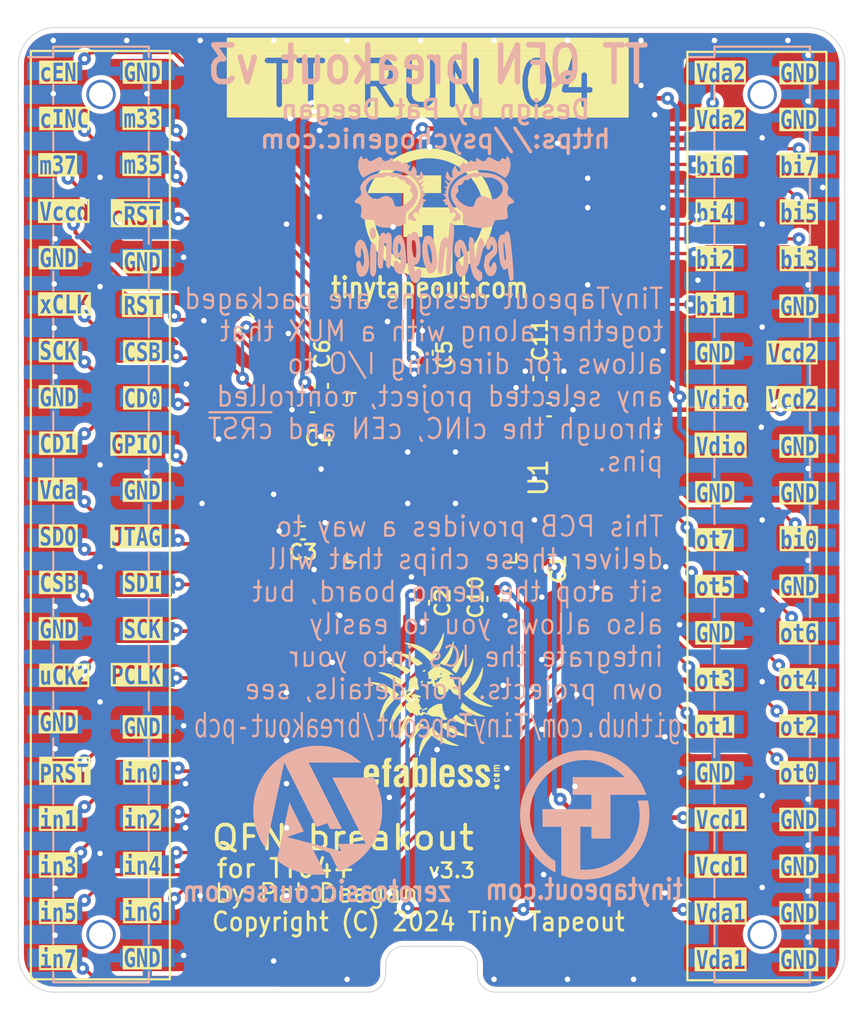
<source format=kicad_pcb>
(kicad_pcb (version 20240108) (generator "pcbnew") (generator_version "8.0")
  (title_block (title "Tiny Tapeout Breakout QFN") (date "2024-04-10") (rev "3.3") (comment 1 "(C) 2023, 2024 Pat Deegan"))
  (layers (0 "F.Cu" signal) (31 "B.Cu" signal) (34 "B.Paste" user) (35 "F.Paste" user) (36 "B.SilkS" user "B.Silkscreen") (37 "F.SilkS" user "F.Silkscreen") (38 "B.Mask" user) (39 "F.Mask" user) (44 "Edge.Cuts" user))
  (net 0 "")
  (net 1 "GND")
  (net 2 "vddio")
  (net 3 "vccd2")
  (net 4 "vccd1")
  (net 5 "vdda1")
  (net 6 "vdda2")
  (net 7 "~{rst}{slash}mio[7]")
  (net 8 "clk{slash}mio[6]")
  (net 9 "usrclk2{slash}mio[5]")
  (net 10 "SCK{slash}mio[4]")
  (net 11 "CSB{slash}mio[3]")
  (net 12 "SDI{slash}mio[2]")
  (net 13 "SDO{slash}mio[1]")
  (net 14 "JTAG{slash}mio[0]")
  (net 15 "ui_in[1]{slash}mio[9]")
  (net 16 "ui_in[0]{slash}mio[8]")
  (net 17 "ui_in[3]{slash}mio[11]")
  (net 18 "ui_in[2]{slash}mio[10]")
  (net 19 "ui_in[5]{slash}mio[13]")
  (net 20 "ui_in[4]{slash}mio[12]")
  (net 21 "ui_in[7]{slash}mio[15]")
  (net 22 "ui_in[6]{slash}mio[14]")
  (net 23 "uo_out[1]{slash}mio[17]")
  (net 24 "uo_out[0]{slash}mio[16]")
  (net 25 "uo_out[3]{slash}mio[19]")
  (net 26 "uo_out[2]{slash}mio[18]")
  (net 27 "uo_out[5]{slash}mio[21]")
  (net 28 "uo_out[4]{slash}mio[20]")
  (net 29 "uo_out[7]{slash}mio[23]")
  (net 30 "uo_out[6]{slash}mio[22]")
  (net 31 "uio[1]{slash}mio[25]")
  (net 32 "uio[0]{slash}mio[24]")
  (net 33 "uio[3]{slash}mio[27]")
  (net 34 "uio[2]{slash}mio[26]")
  (net 35 "uio[5]{slash}mio[29]")
  (net 36 "uio[4]{slash}mio[28]")
  (net 37 "uio[7]{slash}mio[31]")
  (net 38 "uio[6]{slash}mio[30]")
  (net 39 "mio[33]")
  (net 40 "ctrl_ena{slash}mio[32]")
  (net 41 "gpio")
  (net 42 "Caravel_D0")
  (net 43 "Caravel_CSB")
  (net 44 "~{RST}")
  (net 45 "Caravel_D1")
  (net 46 "xclk")
  (net 47 "mio[35]")
  (net 48 "ctrl_sel_inc{slash}mio[34]")
  (net 49 "Caravel_SCK")
  (net 50 "mio[37]")
  (net 51 "~{ctrl_sel_rst}{slash}mio[36]")
  (net 52 "vdda")
  (net 53 "vccd")
  (footprint "Capacitor_SMD:C_0402_1005Metric" (layer "F.Cu") (at 76.9 38.3 180)
    (property "Reference" "C7" (hide yes))
    (property "Value" "0.1uf")
  )
  (footprint "Capacitor_SMD:C_0402_1005Metric" (layer "F.Cu") (at 76.5 47 90)
    (property "Reference" "C1")
    (property "Value" "0.1uf")
  )
  (footprint "Capacitor_SMD:C_0402_1005Metric" (layer "F.Cu") (at 70 48.8 -90)
    (property "Reference" "C2")
    (property "Value" "0.1uf")
  )
  (footprint "Capacitor_SMD:C_0402_1005Metric" (layer "F.Cu") (at 64.5 37 -90)
    (property "Reference" "C6")
    (property "Value" "0.1uf")
  )
  (footprint "Capacitor_SMD:C_0402_1005Metric" (layer "F.Cu") (at 64 38.8)
    (property "Reference" "C4")
    (property "Value" "0.1uf")
  )
  (footprint "Capacitor_SMD:C_0402_1005Metric" (layer "F.Cu") (at 63.5 45 180)
    (property "Reference" "C3")
    (property "Value" "0.1uf")
  )
  (footprint "Capacitor_SMD:C_0402_1005Metric" (layer "F.Cu") (at 70.2 35.2 -90)
    (property "Reference" "C5")
    (property "Value" "0.1uf")
  )
  (footprint "flyingcarsfootprints:StitchingVia-0.3mm" (layer "F.Cu") (at 74.6 57.8)
    (property "Reference" "STITCH17" (hide yes))
    (property "Value" "StitchingVia-0.3mm" (hide yes))
  )
  (footprint "flyingcarsfootprints:StitchingVia-0.3mm" (layer "F.Cu") (at 69.9 18.2)
    (property "Reference" "STITCH6" (hide yes))
    (property "Value" "StitchingVia-0.3mm" (hide yes))
  )
  (footprint "flyingcarsfootprints:StitchingVia-0.3mm" (layer "F.Cu") (at 69.2 43.4)
    (property "Reference" "STITCH1" (hide yes))
    (property "Value" "StitchingVia-0.3mm" (hide yes))
  )
  (footprint "flyingcarsfootprints:StitchingVia-0.3mm" (layer "F.Cu") (at 71.8 40.6)
    (property "Reference" "STITCH1" (hide yes))
    (property "Value" "StitchingVia-0.3mm" (hide yes))
  )
  (footprint "flyingcarsfootprints:StitchingVia-0.3mm" (layer "F.Cu") (at 88.5 53.1)
    (property "Reference" "STITCH17" (hide yes))
    (property "Value" "StitchingVia-0.3mm" (hide yes))
  )
  (footprint "flyingcarsfootprints:StitchingVia-0.3mm" (layer "F.Cu") (at 70.7 63.6)
    (property "Reference" "STITCH1" (hide yes))
    (property "Value" "StitchingVia-0.3mm" (hide yes))
  )
  (footprint "flyingcarsfootprints:StitchingVia-0.3mm" (layer "F.Cu") (at 70.8 56.8)
    (property "Reference" "STITCH17" (hide yes))
    (property "Value" "StitchingVia-0.3mm" (hide yes))
  )
  (footprint "Logos:TT_logo" (layer "F.Cu") (at 70.4 27.65)
    (property "Reference" "REF**" (hide yes))
    (property "Value" "TT_logo")
  )
  (footprint "flyingcarsfootprints:StitchingVia-0.3mm" (layer "F.Cu") (at 68.2 59.4)
    (property "Reference" "STITCH17" (hide yes))
    (property "Value" "StitchingVia-0.3mm" (hide yes))
  )
  (footprint "flyingcarsfootprints:StitchingVia-0.3mm" (layer "F.Cu") (at 49.95 31.45)
    (property "Reference" "STITCH17" (hide yes))
    (property "Value" "StitchingVia-0.3mm" (hide yes))
  )
  (footprint "flyingcarsfootprints:StitchingVia-0.3mm" (layer "F.Cu") (at 58.1 33.45)
    (property "Reference" "STITCH17" (hide yes))
    (property "Value" "StitchingVia-0.3mm" (hide yes))
  )
  (footprint "flyingcarsfootprints:StitchingVia-0.3mm" (layer "F.Cu") (at 57.9 18.2)
    (property "Reference" "STITCH3" (hide yes))
    (property "Value" "StitchingVia-0.3mm" (hide yes))
  )
  (footprint "flyingcarsfootprints:StitchingVia-0.3mm" (layer "F.Cu") (at 81.9 20.65)
    (property "Reference" "STITCH1" (hide yes))
    (property "Value" "StitchingVia-0.3mm" (hide yes))
  )
  (footprint "flyingcarsfootprints:StitchingVia-0.3mm" (layer "F.Cu") (at 62.6 28.2)
    (property "Reference" "STITCH17" (hide yes))
    (property "Value" "StitchingVia-0.3mm" (hide yes))
  )
  (footprint "flyingcarsfootprints:StitchingVia-0.3mm" (layer "F.Cu") (at 62.6 64.75)
    (property "Reference" "STITCH17" (hide yes))
    (property "Value" "StitchingVia-0.3mm" (hide yes))
  )
  (footprint "flyingcarsfootprints:StitchingVia-0.3mm" (layer "F.Cu") (at 88.5 28.2)
    (property "Reference" "STITCH17" (hide yes))
    (property "Value" "StitchingVia-0.3mm" (hide yes))
  )
  (footprint "Capacitor_SMD:C_0402_1005Metric" (layer "F.Cu") (at 76.4 36.6 -90)
    (property "Reference" "C11")
    (property "Value" "0.1uf")
  )
  (footprint "flyingcarsfootprints:StitchingVia-0.3mm" (layer "F.Cu") (at 61.9 42.9)
    (property "Reference" "STITCH17" (hide yes))
    (property "Value" "StitchingVia-0.3mm" (hide yes))
  )
  (footprint "flyingcarsfootprints:StitchingVia-0.3mm" (layer "F.Cu") (at 58 43.4)
    (property "Reference" "STITCH17" (hide yes))
    (property "Value" "StitchingVia-0.3mm" (hide yes))
  )
  (footprint "Fiducial:Fiducial_1mm_Mask2mm" (layer "F.Cu") (at 83.35 19.25)
    (property "Reference" "FID2" (hide yes))
    (property "Value" "Fiducial")
  )
  (footprint "flyingcarsfootprints:StitchingVia-0.3mm" (layer "F.Cu") (at 68.2 51.9)
    (property "Reference" "STITCH17" (hide yes))
    (property "Value" "StitchingVia-0.3mm" (hide yes))
  )
  (footprint "flyingcarsfootprints:StitchingVia-0.3mm" (layer "F.Cu") (at 82.65 22.25)
    (property "Reference" "STITCH1" (hide yes))
    (property "Value" "StitchingVia-0.3mm" (hide yes))
  )
  (footprint "flyingcarsfootprints:StitchingVia-0.3mm" (layer "F.Cu") (at 70.4 24)
    (property "Reference" "STITCH1" (hide yes))
    (property "Value" "StitchingVia-0.3mm" (hide yes))
  )
  (footprint "flyingcarsfootprints:StitchingVia-0.3mm" (layer "F.Cu") (at 52.45 25.65)
    (property "Reference" "STITCH17" (hide yes))
    (property "Value" "StitchingVia-0.3mm" (hide yes))
  )
  (footprint "flyingcarsfootprints:StitchingVia-0.3mm" (layer "F.Cu") (at 69.2 40.6)
    (property "Reference" "STITCH1" (hide yes))
    (property "Value" "StitchingVia-0.3mm" (hide yes))
  )
  (footprint "flyingcarsfootprints:StitchingVia-0.3mm" (layer "F.Cu") (at 49.9 21.1)
    (property "Reference" "STITCH17" (hide yes))
    (property "Value" "StitchingVia-0.3mm" (hide yes))
  )
  (footprint "flyingcarsfootprints:StitchingVia-0.3mm" (layer "F.Cu") (at 77.35 23.8)
    (property "Reference" "STITCH17" (hide yes))
    (property "Value" "StitchingVia-0.3mm" (hide yes))
  )
  (footprint "flyingcarsfootprints:StitchingVia-0.3mm" (layer "F.Cu") (at 68.4 28.35)
    (property "Reference" "STITCH17" (hide yes))
    (property "Value" "StitchingVia-0.3mm" (hide yes))
  )
  (footprint "flyingcarsfootprints:StitchingVia-0.3mm" (layer "F.Cu") (at 78.4 53.8)
    (property "Reference" "STITCH17" (hide yes))
    (property "Value" "StitchingVia-0.3mm" (hide yes))
  )
  (footprint "flyingcarsfootprints:StitchingVia-0.3mm" (layer "F.Cu") (at 68.2 64.6)
    (property "Reference" "STITCH17" (hide yes))
    (property "Value" "StitchingVia-0.3mm" (hide yes))
  )
  (footprint "flyingcarsfootprints:StitchingVia-0.3mm" (layer "F.Cu") (at 76.5 51.9)
    (property "Reference" "STITCH17" (hide yes))
    (property "Value" "StitchingVia-0.3mm" (hide yes))
  )
  (footprint "flyingcarsfootprints:StitchingVia-0.3mm" (layer "F.Cu") (at 68.1 33.5)
    (property "Reference" "STITCH17" (hide yes))
    (property "Value" "StitchingVia-0.3mm" (hide yes))
  )
  (footprint "flyingcarsfootprints:StitchingVia-0.3mm" (layer "F.Cu") (at 57.9 64.75)
    (property "Reference" "STITCH3" (hide yes))
    (property "Value" "StitchingVia-0.3mm" (hide yes))
  )
  (footprint "flyingcarsfootprints:StitchingVia-0.3mm" (layer "F.Cu") (at 58.9 39.9)
    (property "Reference" "STITCH17" (hide yes))
    (property "Value" "StitchingVia-0.3mm" (hide yes))
  )
  (footprint "flyingcarsfootprints:StitchingVia-0.3mm" (layer "F.Cu") (at 62.6 53.7)
    (property "Reference" "STITCH17" (hide yes))
    (property "Value" "StitchingVia-0.3mm" (hide yes))
  )
  (footprint "flyingcarsfootprints:StitchingVia-0.3mm" (layer "F.Cu") (at 65.9 69.3)
    (property "Reference" "STITCH13" (hide yes))
    (property "Value" "StitchingVia-0.3mm" (hide yes))
  )
  (footprint "flyingcarsfootprints:StitchingVia-0.3mm" (layer "F.Cu") (at 50 64.35)
    (property "Reference" "STITCH17" (hide yes))
    (property "Value" "StitchingVia-0.3mm" (hide yes))
  )
  (footprint "flyingcarsfootprints:StitchingVia-0.3mm" (layer "F.Cu") (at 91.8 26.2)
    (property "Reference" "STITCH17" (hide yes))
    (property "Value" "StitchingVia-0.3mm" (hide yes))
  )
  (footprint "flyingcarsfootprints:StitchingVia-0.3mm" (layer "F.Cu") (at 52.45 54.2)
    (property "Reference" "STITCH17" (hide yes))
    (property "Value" "StitchingVia-0.3mm" (hide yes))
  )
  (footprint "flyingcarsfootprints:StitchingVia-0.3mm" (layer "F.Cu") (at 52.45 62.45)
    (property "Reference" "STITCH17" (hide yes))
    (property "Value" "StitchingVia-0.3mm" (hide yes))
  )
  (footprint "flyingcarsfootprints:StitchingVia-0.3mm" (layer "F.Cu") (at 79 27.3)
    (property "Reference" "STITCH17" (hide yes))
    (property "Value" "StitchingVia-0.3mm" (hide yes))
  )
  (footprint "flyingcarsfootprints:StitchingVia-0.3mm" (layer "F.Cu") (at 74.4 53.3)
    (property "Reference" "STITCH17" (hide yes))
    (property "Value" "StitchingVia-0.3mm" (hide yes))
  )
  (footprint "Fiducial:Fiducial_1mm_Mask2mm" (layer "F.Cu") (at 59 67.85)
    (property "Reference" "FID1" (hide yes))
    (property "Value" "Fiducial")
  )
  (footprint "flyingcarsfootprints:StitchingVia-0.3mm" (layer "F.Cu") (at 49.9 18.2)
    (property "Reference" "STITCH1" (hide yes))
    (property "Value" "StitchingVia-0.3mm" (hide yes))
  )
  (footprint "Capacitor_SMD:C_0402_1005Metric" (layer "F.Cu") (at 73.9 48.6 -90)
    (property "Reference" "C10")
    (property "Value" "0.1uf")
  )
  (footprint "flyingcarsfootprints:StitchingVia-0.3mm" (layer "F.Cu") (at 61.9 18.2)
    (property "Reference" "STITCH4" (hide yes))
    (property "Value" "StitchingVia-0.3mm" (hide yes))
  )
  (footprint "flyingcarsfootprints:StitchingVia-0.3mm" (layer "F.Cu") (at 83.2 64.6)
    (property "Reference" "STITCH17" (hide yes))
    (property "Value" "StitchingVia-0.3mm" (hide yes))
  )
  (footprint "flyingcarsfootprints:StitchingVia-0.3mm" (layer "F.Cu") (at 57.1 58.65)
    (property "Reference" "STITCH17" (hide yes))
    (property "Value" "StitchingVia-0.3mm" (hide yes))
  )
  (footprint "flyingcarsfootprints:StitchingVia-0.3mm" (layer "F.Cu") (at 83.1 27.3)
    (property "Reference" "STITCH17" (hide yes))
    (property "Value" "StitchingVia-0.3mm" (hide yes))
  )
  (footprint "flyingcarsfootprints:StitchingVia-0.3mm" (layer "F.Cu") (at 62.6 56.3)
    (property "Reference" "STITCH17" (hide yes))
    (property "Value" "StitchingVia-0.3mm" (hide yes))
  )
  (footprint "flyingcarsfootprints:StitchingVia-0.3mm" (layer "F.Cu") (at 88.5 64.3)
    (property "Reference" "STITCH17" (hide yes))
    (property "Value" "StitchingVia-0.3mm" (hide yes))
  )
  (footprint "flyingcarsfootprints:StitchingVia-0.3mm" (layer "F.Cu") (at 52.45 46.85)
    (property "Reference" "STITCH17" (hide yes))
    (property "Value" "StitchingVia-0.3mm" (hide yes))
  )
  (footprint "Logos:ef_logo_graphical" (layer "F.Cu") (at 70.45 53.8)
    (property "Reference" "EFABLOG" (hide yes))
    (property "Value" "Logo" (hide yes))
  )
  (footprint "flyingcarsfootprints:StitchingVia-0.3mm" (layer "F.Cu") (at 88.5 59.3)
    (property "Reference" "STITCH17" (hide yes))
    (property "Value" "StitchingVia-0.3mm" (hide yes))
  )
  (footprint "flyingcarsfootprints:StitchingVia-0.3mm" (layer "F.Cu") (at 71.8 43.4)
    (property "Reference" "STITCH1" (hide yes))
    (property "Value" "StitchingVia-0.3mm" (hide yes))
  )
  (footprint "flyingcarsfootprints:StitchingVia-0.3mm" (layer "F.Cu") (at 52.45 31.6)
    (property "Reference" "STITCH17" (hide yes))
    (property "Value" "StitchingVia-0.3mm" (hide yes))
  )
  (footprint "TinyTapeout:QFN-64-1EP_9x9mm_P0.5mm_EP7.65x7.65mm_REDUCEDPASTE" (layer "F.Cu") (at 70.5 42 -90)
    (property "Reference" "U1")
    (property "Value" "Caravel_QFN_TT4")
  )
  (footprint "flyingcarsfootprints:StitchingVia-0.3mm" (layer "F.Cu") (at 88.5 49.2)
    (property "Reference" "STITCH17" (hide yes))
    (property "Value" "StitchingVia-0.3mm" (hide yes))
  )
  (footprint "flyingcarsfootprints:StitchingVia-0.3mm" (layer "F.Cu") (at 64.4 22.1)
    (property "Reference" "STITCH1" (hide yes))
    (property "Value" "StitchingVia-0.3mm" (hide yes))
  )
  (footprint "flyingcarsfootprints:StitchingVia-0.3mm" (layer "F.Cu") (at 62.7 34.15)
    (property "Reference" "STITCH17" (hide yes))
    (property "Value" "StitchingVia-0.3mm" (hide yes))
  )
  (footprint "flyingcarsfootprints:StitchingVia-0.3mm" (layer "F.Cu") (at 65.9 18.2)
    (property "Reference" "STITCH5" (hide yes))
    (property "Value" "StitchingVia-0.3mm" (hide yes))
  )
  (footprint "flyingcarsfootprints:StitchingVia-0.3mm" (layer "F.Cu") (at 62.6 61.05)
    (property "Reference" "STITCH17" (hide yes))
    (property "Value" "StitchingVia-0.3mm" (hide yes))
  )
  (footprint "flyingcarsfootprints:StitchingVia-0.3mm" (layer "F.Cu") (at 62.6 58.65)
    (property "Reference" "STITCH17" (hide yes))
    (property "Value" "StitchingVia-0.3mm" (hide yes))
  )
  (footprint "flyingcarsfootprints:StitchingVia-0.3mm" (layer "F.Cu") (at 64.1 47)
    (property "Reference" "STITCH17" (hide yes))
    (property "Value" "StitchingVia-0.3mm" (hide yes))
  )
  (footprint "flyingcarsfootprints:StitchingVia-0.3mm" (layer "F.Cu") (at 65.1 52.05)
    (property "Reference" "STITCH17" (hide yes))
    (property "Value" "StitchingVia-0.3mm" (hide yes))
  )
  (footprint "flyingcarsfootprints:StitchingVia-0.3mm" (layer "F.Cu") (at 77.9 69.3)
    (property "Reference" "STITCH16" (hide yes))
    (property "Value" "StitchingVia-0.3mm" (hide yes))
  )
  (footprint "Fiducial:Fiducial_1mm_Mask2mm" (layer "F.Cu") (at 83 68)
    (property "Reference" "FID3" (hide yes))
    (property "Value" "Fiducial")
  )
  (footprint "flyingcarsfootprints:StitchingVia-0.3mm" (layer "F.Cu") (at 77.7 36.2)
    (property "Reference" "STITCH17" (hide yes))
    (property "Value" "StitchingVia-0.3mm" (hide yes))
  )
  (footprint "flyingcarsfootprints:StitchingVia-0.3mm" (layer "F.Cu") (at 82.8 39.5)
    (property "Reference" "STITCH17" (hide yes))
    (property "Value" "StitchingVia-0.3mm" (hide yes))
  )
  (footprint "Capacitor_SMD:C_0603_1608Metric" (layer "F.Cu") (at 60.35 33.55 135)
    (property "Reference" "C8" (hide yes))
    (property "Value" "1u")
  )
  (footprint "flyingcarsfootprints:StitchingVia-0.3mm" (layer "F.Cu") (at 65.5 49.5)
    (property "Reference" "STITCH17" (hide yes))
    (property "Value" "StitchingVia-0.3mm" (hide yes))
  )
  (footprint "flyingcarsfootprints:StitchingVia-0.3mm" (layer "F.Cu") (at 64.4 27.8)
    (property "Reference" "STITCH17" (hide yes))
    (property "Value" "StitchingVia-0.3mm" (hide yes))
  )
  (footprint "flyingcarsfootprints:StitchingVia-0.3mm" (layer "F.Cu") (at 77.9 18.2)
    (property "Reference" "STITCH8" (hide yes))
    (property "Value" "StitchingVia-0.3mm" (hide yes))
  )
  (footprint "flyingcarsfootprints:StitchingVia-0.3mm" (layer "F.Cu") (at 83.25 46.85)
    (property "Reference" "STITCH17" (hide yes))
    (property "Value" "StitchingVia-0.3mm" (hide yes))
  )
  (footprint "flyingcarsfootprints:StitchingVia-0.3mm" (layer "F.Cu") (at 79 31.5)
    (property "Reference" "STITCH17" (hide yes))
    (property "Value" "StitchingVia-0.3mm" (hide yes))
  )
  (footprint "flyingcarsfootprints:StitchingVia-0.3mm" (layer "F.Cu") (at 49.95 33.85)
    (property "Reference" "STITCH17" (hide yes))
    (property "Value" "StitchingVia-0.3mm" (hide yes))
  )
  (footprint "flyingcarsfootprints:StitchingVia-0.3mm" (layer "F.Cu") (at 88.5 23.5)
    (property "Reference" "STITCH17" (hide yes))
    (property "Value" "StitchingVia-0.3mm" (hide yes))
  )
  (footprint "flyingcarsfootprints:StitchingVia-0.3mm" (layer "F.Cu") (at 76.6 63.6)
    (property "Reference" "STITCH1" (hide yes))
    (property "Value" "StitchingVia-0.3mm" (hide yes))
  )
  (footprint "flyingcarsfootprints:StitchingVia-0.3mm" (layer "F.Cu") (at 79.5 48)
    (property "Reference" "STITCH17" (hide yes))
    (property "Value" "StitchingVia-0.3mm" (hide yes))
  )
  (footprint "flyingcarsfootprints:StitchingVia-0.3mm" (layer "F.Cu") (at 88.5 33.8)
    (property "Reference" "STITCH17" (hide yes))
    (property "Value" "StitchingVia-0.3mm" (hide yes))
  )
  (footprint "Logos:ef_logo" (layer "F.Cu") (at 70.45 58.1)
    (property "Reference" "EFABTXT" (hide yes))
    (property "Value" "Logo" (hide yes))
  )
  (footprint "flyingcarsfootprints:StitchingVia-0.3mm" (layer "F.Cu") (at 62.8 22.45)
    (property "Reference" "STITCH17" (hide yes))
    (property "Value" "StitchingVia-0.3mm" (hide yes))
  )
  (footprint "flyingcarsfootprints:StitchingVia-0.3mm" (layer "F.Cu") (at 53.9 18.2)
    (property "Reference" "STITCH2" (hide yes))
    (property "Value" "StitchingVia-0.3mm" (hide yes))
  )
  (footprint "flyingcarsfootprints:StitchingVia-0.3mm" (layer "F.Cu") (at 83.2 56.1)
    (property "Reference" "STITCH17" (hide yes))
    (property "Value" "StitchingVia-0.3mm" (hide yes))
  )
  (footprint "flyingcarsfootprints:StitchingVia-0.3mm" (layer "F.Cu") (at 57.1 61.05)
    (property "Reference" "STITCH17" (hide yes))
    (property "Value" "StitchingVia-0.3mm" (hide yes))
  )
  (footprint "flyingcarsfootprints:StitchingVia-0.3mm" (layer "F.Cu") (at 88.45 39.25)
    (property "Reference" "STITCH17" (hide yes))
    (property "Value" "StitchingVia-0.3mm" (hide yes))
  )
  (footprint "flyingcarsfootprints:StitchingVia-0.3mm" (layer "F.Cu") (at 52.45 41.3)
    (property "Reference" "STITCH17" (hide yes))
    (property "Value" "StitchingVia-0.3mm" (hide yes))
  )
  (footprint "flyingcarsfootprints:StitchingVia-0.3mm" (layer "F.Cu") (at 88.5 44.3)
    (property "Reference" "STITCH17" (hide yes))
    (property "Value" "StitchingVia-0.3mm" (hide yes))
  )
  (footprint "flyingcarsfootprints:StitchingVia-0.3mm" (layer "F.Cu") (at 73.9 18.2)
    (property "Reference" "STITCH7" (hide yes))
    (property "Value" "StitchingVia-0.3mm" (hide yes))
  )
  (footprint "flyingcarsfootprints:StitchingVia-0.3mm" (layer "F.Cu") (at 85 31.25)
    (property "Reference" "STITCH17" (hide yes))
    (property "Value" "StitchingVia-0.3mm" (hide yes))
  )
  (footprint "flyingcarsfootprints:StitchingVia-0.3mm" (layer "F.Cu") (at 50 66.9)
    (property "Reference" "STITCH17" (hide yes))
    (property "Value" "StitchingVia-0.3mm" (hide yes))
  )
  (footprint "flyingcarsfootprints:StitchingVia-0.3mm" (layer "F.Cu") (at 81.9 18.2)
    (property "Reference" "STITCH9" (hide yes))
    (property "Value" "StitchingVia-0.3mm" (hide yes))
  )
  (footprint "flyingcarsfootprints:StitchingVia-0.3mm" (layer "F.Cu") (at 78.3 58.8)
    (property "Reference" "STITCH1" (hide yes))
    (property "Value" "StitchingVia-0.3mm" (hide yes))
  )
  (footprint "flyingcarsfootprints:StitchingVia-0.3mm" (layer "F.Cu") (at 57.15 36.9)
    (property "Reference" "STITCH17" (hide yes))
    (property "Value" "StitchingVia-0.3mm" (hide yes))
  )
  (footprint "flyingcarsfootprints:StitchingVia-0.3mm" (layer "F.Cu") (at 85.9 18.2)
    (property "Reference" "STITCH10" (hide yes))
    (property "Value" "StitchingVia-0.3mm" (hide yes))
  )
  (footprint "flyingcarsfootprints:StitchingVia-0.3mm" (layer "F.Cu") (at 76.5 55.7)
    (property "Reference" "STITCH17" (hide yes))
    (property "Value" "StitchingVia-0.3mm" (hide yes))
  )
  (footprint "flyingcarsfootprints:StitchingVia-0.3mm" (layer "F.Cu") (at 81.5 69.3)
    (property "Reference" "STITCH17" (hide yes))
    (property "Value" "StitchingVia-0.3mm" (hide yes))
  )
  (footprint "flyingcarsfootprints:StitchingVia-0.3mm" (layer "F.Cu") (at 73.9 69.3)
    (property "Reference" "STITCH15" (hide yes))
    (property "Value" "StitchingVia-0.3mm" (hide yes))
  )
  (footprint "flyingcarsfootprints:StitchingVia-0.3mm" (layer "F.Cu") (at 89.9 18.2)
    (property "Reference" "STITCH11" (hide yes))
    (property "Value" "StitchingVia-0.3mm" (hide yes))
  )
  (footprint "flyingcarsfootprints:StitchingVia-0.3mm" (layer "F.Cu") (at 79 25.7)
    (property "Reference" "STITCH17" (hide yes))
    (property "Value" "StitchingVia-0.3mm" (hide yes))
  )
  (footprint "flyingcarsfootprints:StitchingVia-0.3mm" (layer "F.Cu") (at 61.9 68.3)
    (property "Reference" "STITCH12" (hide yes))
    (property "Value" "StitchingVia-0.3mm" (hide yes))
  )
  (footprint "TinyTapeout:FH-00148_PinSocket_2x20_P2.54mm" (layer "B.Cu") (at 88.5 44 180)
    (property "Reference" "CON2" (hide yes))
    (property "Value" "~")
  )
  (footprint "Logos:Z2A_logo" (layer "B.Cu") (at 64.1608 60.008048 180)
    (property "Reference" "REF**" (hide yes))
    (property "Value" "Z2A_logo")
  )
  (footprint "flyingcarsfootprints:PsychoLogoSmall" (layer "B.Cu") (at 70.7 27.9 180)
    (property "Reference" "G***" (hide yes))
    (property "Value" "LOGO" (hide yes))
  )
  (footprint "Logos:TT_logo" (layer "B.Cu") (at 78.8 60.4 180)
    (property "Reference" "REF**" (hide yes))
    (property "Value" "TT_logo")
  )
  (footprint "TinyTapeout:FH-00148_PinSocket_2x20_P2.54mm" (layer "B.Cu") (at 52.5 44 180)
    (property "Reference" "CON1" (hide yes))
    (property "Value" "~")
  )
  (gr_rect (start 61.293021 18.1) (end 79.306978 18.713957) (stroke (width 0.1)) (fill solid) (layer "F.SilkS"))
  (gr_rect (start 79.306978 18.105266) (end 81.18318 22.35) (stroke (width 0.1)) (fill solid) (layer "F.SilkS"))
  (gr_rect (start 48.67744 18.77256) (end 56.25 69.3) (stroke (width 0.12)) (fill none) (layer "F.SilkS"))
  (gr_rect (start 59.4 18.1) (end 61.276202 22.344734) (stroke (width 0.1)) (fill solid) (layer "F.SilkS"))
  (gr_rect (start 61.343022 22.036043) (end 79.356979 22.35) (stroke (width 0.1)) (fill solid) (layer "F.SilkS"))
  (gr_rect (start 84.42744 18.82256) (end 92 69.35) (stroke (width 0.12)) (fill none) (layer "F.SilkS"))
  (gr_arc (start 74 70) (mid 73.292893 69.707107) (end 73 69) (stroke (width 0.05)) (layer "Edge.Cuts"))
  (gr_line (start 73 69) (end 73 68.5) (stroke (width 0.05)) (layer "Edge.Cuts"))
  (gr_line (start 91 17.5) (end 50 17.5) (stroke (width 0.05)) (layer "Edge.Cuts"))
  (gr_arc (start 48 19.5) (mid 48.585786 18.085786) (end 50 17.5) (stroke (width 0.05)) (layer "Edge.Cuts"))
  (gr_arc (start 93 68) (mid 92.414214 69.414214) (end 91 70) (stroke (width 0.05)) (layer "Edge.Cuts"))
  (gr_line (start 68 68.5) (end 68 69) (stroke (width 0.05)) (layer "Edge.Cuts"))
  (gr_arc (start 68 69) (mid 67.707107 69.707107) (end 67 70) (stroke (width 0.05)) (layer "Edge.Cuts"))
  (gr_line (start 72 67.5) (end 69 67.5) (stroke (width 0.05)) (layer "Edge.Cuts"))
  (gr_arc (start 91 17.5) (mid 92.414214 18.085786) (end 93 19.5) (stroke (width 0.05)) (layer "Edge.Cuts"))
  (gr_arc (start 72 67.5) (mid 72.707107 67.792893) (end 73 68.5) (stroke (width 0.05)) (layer "Edge.Cuts"))
  (gr_arc (start 50 70) (mid 48.585786 69.414214) (end 48 68) (stroke (width 0.05)) (layer "Edge.Cuts"))
  (gr_line (start 93 68) (end 93 19.5) (stroke (width 0.05)) (layer "Edge.Cuts"))
  (gr_line (start 50 70) (end 67 70) (stroke (width 0.05)) (layer "Edge.Cuts"))
  (gr_line (start 48 68) (end 48 19.5) (stroke (width 0.05)) (layer "Edge.Cuts"))
  (gr_arc (start 68 68.5) (mid 68.292893 67.792893) (end 69 67.5) (stroke (width 0.05)) (layer "Edge.Cuts"))
  (gr_line (start 91 70) (end 74 70) (stroke (width 0.05)) (layer "Edge.Cuts"))
  (gr_text "TinyTapeout designs are packaged \ntogether along with a MUX that \nallows for directing I/O to \nany selected project, controlled \nthrough the cINC, cEN and ~{cRST} \npins.\n\nThis PCB provides a way to \ndeliver these chips that will\nsit atop the demo board, but \nalso allows you to easily \nintegrate the ICs into your\nown projects. For details, see\n" (at 83.2 54.15 0) (layer "B.SilkS") (effects (font (size 1.1 1) (thickness 0.125)) (justify left bottom mirror)))
  (gr_text "Design by Pat Deegan\nhttps://psychogenic.com" (at 70.7 24.15 0) (layer "B.SilkS") (effects (font (size 1 1) (thickness 0.18) (bold yes)) (justify bottom mirror)))
  (gr_text "github.com/TinyTapeout/breakout-pcb" (at 84.1 56.35 0) (layer "B.SilkS") (effects (font (size 1.3 0.9) (thickness 0.09125)) (justify left bottom mirror)))
  (gr_text "zerotoasiccourse.com" (at 64.25 65.15 0) (layer "B.SilkS") (effects (font (size 1.1 0.9) (thickness 0.18) (bold yes)) (justify bottom mirror)))
  (gr_text "TT QFN breakout v3" (at 70.3 20.7 0) (layer "B.SilkS") (effects (font (size 2 1.6) (thickness 0.3)) (justify bottom mirror)))
  (gr_text "tinytapeout.com" (at 78.8 65.05 0) (layer "B.SilkS") (effects (font (size 1.1 0.9) (thickness 0.18) (bold yes)) (justify bottom mirror)))
  (gr_text "Vdio" (at 84.9 40.96 0) (layer "F.SilkS" knockout) (effects (font (size 1 0.8) (thickness 0.127) (bold yes)) (justify left bottom)))
  (gr_text "c~{RST}" (at 55.75 28.408947 0) (layer "F.SilkS" knockout) (effects (font (size 1 0.8) (thickness 0.127) (bold yes)) (justify right bottom)))
  (gr_text "bi1" (at 84.9 33.34 0) (layer "F.SilkS" knockout) (effects (font (size 1 0.8) (thickness 0.127) (bold yes)) (justify left bottom)))
  (gr_text "CSB" (at 49.15 48.380115 0) (layer "F.SilkS" knockout) (effects (font (size 1 0.8) (thickness 0.127) (bold yes)) (justify left bottom)))
  (gr_text "Vda" (at 49.15 43.329185 0) (layer "F.SilkS" knockout) (effects (font (size 1 0.8) (thickness 0.127) (bold yes)) (justify left bottom)))
  (gr_text "Vcd1" (at 84.9 61.28 0) (layer "F.SilkS" knockout) (effects (font (size 1 0.8) (thickness 0.127) (bold yes)) (justify left bottom)))
  (gr_text "in2" (at 55.75 61.267194 0) (layer "F.SilkS" knockout) (effects (font (size 1 0.8) (thickness 0.127) (bold yes)) (justify right bottom)))
  (gr_text "PCLK" (at 55.75 53.4 0) (layer "F.SilkS" knockout) (effects (font (size 1 0.8) (thickness 0.127) (bold yes)) (justify right bottom)))
  (gr_text "Vccd" (at 49.15 28.176395 0) (layer "F.SilkS" knockout) (effects (font (size 1 0.8) (thickness 0.127) (bold yes)) (justify left bottom)))
  (gr_text "GND" (at 49.15 38.278255 0) (layer "F.SilkS" knockout) (effects (font (size 1 0.8) (thickness 0.127) (bold yes)) (justify left bottom)))
  (gr_text "GND" (at 91.5 63.82 0) (layer "F.SilkS" knockout) (effects (font (size 1 0.8) (thickness 0.127) (bold yes)) (justify right bottom)))
  (gr_text "Vcd2" (at 91.5 38.42 0) (layer "F.SilkS" knockout) (effects (font (size 1.05 0.8) (thickness 0.127) (bold yes)) (justify right bottom)))
  (gr_text "ot3" (at 84.9 53.66 0) (layer "F.SilkS" knockout) (effects (font (size 1 0.8) (thickness 0.127) (bold yes)) (justify left bottom)))
  (gr_text "GND" (at 91.5 23.18 0) (layer "F.SilkS" knockout) (effects (font (size 1 0.8) (thickness 0.127) (bold yes)) (justify right bottom)))
  (gr_text "Vda2" (at 84.9 23.18 0) (layer "F.SilkS" knockout) (effects (font (size 1 0.8) (thickness 0.127) (bold yes)) (justify left bottom)))
  (gr_text "GND" (at 84.9 35.88 0) (layer "F.SilkS" knockout) (effects (font (size 1 0.8) (thickness 0.127) (bold yes)) (justify left bottom)))
  (gr_text "GND" (at 84.9 51.12 0) (layer "F.SilkS" knockout) (effects (font (size 1 0.8) (thickness 0.127) (bold yes)) (justify left bottom)))
  (gr_text "ot0" (at 91.5 58.74 0) (layer "F.SilkS" knockout) (effects (font (size 1 0.8) (thickness 0.127) (bold yes)) (justify right bottom)))
  (gr_text "GND" (at 55.75 56.245334 0) (layer "F.SilkS" knockout) (effects (font (size 1 0.8) (thickness 0.127) (bold yes)) (justify right bottom)))
  (gr_text "GND" (at 49.15 30.70186 0) (layer "F.SilkS" knockout) (effects (font (size 1 0.8) (thickness 0.127) (bold yes)) (justify left bottom)))
  (gr_text "in4" (at 55.75 63.778124 0) (layer "F.SilkS" knockout) (effects (font (size 1 0.8) (thickness 0.127) (bold yes)) (justify right bottom)))
  (gr_text "bi0" (at 91.5 46.04 0) (layer "F.SilkS" knockout) (effects (font (size 1 0.8) (thickness 0.127) (bold yes)) (justify right bottom)))
  (gr_text "in3" (at 49.15 63.809062 0) (layer "F.SilkS" knockout) (effects (font (size 1 0.8) (thickness 0.127) (bold yes)) (justify left bottom)))
  (gr_text "P~{RST}" (at 49.15 58.758132 0) (layer "F.SilkS" knockout) (effects (font (size 1 0.8) (thickness 0.127) (bold yes)) (justify left bottom)))
  (gr_text "SCK" (at 55.75 50.88907 0) (layer "F.SilkS" knockout) (effects (font (size 1 0.8) (thickness 0.127) (bold yes)) (justify right bottom)))
  (gr_text "v3.3" (at 71.6 63.85 0) (layer "F.SilkS") (effects (font (size 0.8 0.8) (thickness 0.14) (bold yes)) (justify bottom)))
  (gr_text "JTAG" (at 55.75 45.86721 0) (layer "F.SilkS" knockout) (effects (font (size 1 0.8) (thickness 0.127) (bold yes)) (justify right bottom)))
  (gr_text "~{RST}" (at 55.75 33.3 0) (layer "F.SilkS" knockout) (effects (font (size 1 0.8) (thickness 0.127) (bold yes)) (justify right bottom)))
  (gr_text "GND" (at 91.5 61.28 0) (layer "F.SilkS" knockout) (effects (font (size 1 0.8) (thickness 0.127) (bold yes)) (justify right bottom)))
  (gr_text "GND" (at 49.15 50.90558 0) (layer "F.SilkS" knockout) (effects (font (size 1 0.8) (thickness 0.127) (bold yes)) (justify left bottom)))
  (gr_text "Copyright (C) 2024 Tiny Tapeout" (at 58.45 66.75 0) (layer "F.SilkS") (effects (font (size 1 0.9)) (justify left bottom)))
  (gr_text "bi6" (at 84.9 25.72 0) (layer "F.SilkS" knockout) (effects (font (size 1 0.8) (thickness 0.127) (bold yes)) (justify left bottom)))
  (gr_text "GND" (at 91.5 33.34 0) (layer "F.SilkS" knockout) (effects (font (size 1 0.8) (thickness 0.127) (bold yes)) (justify right bottom)))
  (gr_text "GND" (at 84.9 43.5 0) (layer "F.SilkS" knockout) (effects (font (size 1 0.8) (thickness 0.127) (bold yes)) (justify left bottom)))
  (gr_text "ot4" (at 91.5 53.66 0) (layer "F.SilkS" knockout) (effects (font (size 1 0.8) (thickness 0.127) (bold yes)) (justify right bottom)))
  (gr_text "SDI" (at 55.75 48.37814 0) (layer "F.SilkS" knockout) (effects (font (size 1 0.8) (thickness 0.127) (bold yes)) (justify right bottom)))
  (gr_text "m37" (at 49.15 25.65093 0) (layer "F.SilkS" knockout) (effects (font (size 1 0.8) (thickness 0.127) (bold yes)) (justify left bottom)))
  (gr_text "tinytapeout.com" (at 70.4 32.3 0) (layer "F.SilkS") (effects (font (size 1.1 0.9) (thickness 0.18) (bold yes)) (justify bottom)))
  (gr_text "Vcd1" (at 84.9 63.82 0) (layer "F.SilkS" knockout) (effects (font (size 1 0.8) (thickness 0.127) (bold yes)) (justify left bottom)))
  (gr_text "in5" (at 49.15 66.334527 0) (layer "F.SilkS" knockout) (effects (font (size 1 0.8) (thickness 0.127) (bold yes)) (justify left bottom)))
  (gr_text "Vda1" (at 84.9 68.9 0) (layer "F.SilkS" knockout) (effects (font (size 1 0.8) (thickness 0.127) (bold yes)) (justify left bottom)))
  (gr_text "Vda2" (at 84.9 20.64 0) (layer "F.SilkS" knockout) (effects (font (size 1 0.8) (thickness 0.127) (bold yes)) (justify left bottom)))
  (gr_text "ot1" (at 84.9 56.2 0) (layer "F.SilkS" knockout) (effects (font (size 1 0.8) (thickness 0.127) (bold yes)) (justify left bottom)))
  (gr_text "GND" (at 91.5 66.36 0) (layer "F.SilkS" knockout) (effects (font (size 1 0.8) (thickness 0.127) (bold yes)) (justify right bottom)))
  (gr_text "GPIO" (at 55.75 40.84535 0) (layer "F.SilkS" knockout) (effects (font (size 1 0.8) (thickness 0.127) (bold yes)) (justify right bottom)))
  (gr_text "in1" (at 49.15 61.283597 0) (layer "F.SilkS" knockout) (effects (font (size 1 0.8) (thickness 0.127) (bold yes)) (justify left bottom)))
  (gr_text "cEN" (at 49.15 20.6 0) (layer "F.SilkS" knockout) (effects (font (size 1 0.8) (thickness 0.127) (bold yes)) (justify left bottom)))
  (gr_text "by Pat Deegan" (at 58.6 65.2 0) (layer "F.SilkS") (effects (font (size 1 1) (thickness 0.13)) (justify left bottom)))
  (gr_text "CSB" (at 55.75 35.82349 0) (layer "F.SilkS" knockout) (effects (font (size 1 0.8) (thickness 0.127) (bold yes)) (justify right bottom)))
  (gr_text "TT RUN 04" (at 70.4 22 0) (layer "F.SilkS" knockout) (effects (font (size 2.4 2.25) (thickness 0.3)) (justify bottom)))
  (gr_text "in7" (at 49.15 68.86 0) (layer "F.SilkS" knockout) (effects (font (size 1 0.8) (thickness 0.127) (bold yes)) (justify left bottom)))
  (gr_text "GND" (at 55.75 30.919877 0) (layer "F.SilkS" knockout) (effects (font (size 1 0.8) (thickness 0.127) (bold yes)) (justify right bottom)))
  (gr_text "GND" (at 91.5 43.5 0) (layer "F.SilkS" knockout) (effects (font (size 1 0.8) (thickness 0.127) (bold yes)) (justify right bottom)))
  (gr_text "xCLK" (at 49.15 33.227325 0) (layer "F.SilkS" knockout) (effects (font (size 1 0.8) (thickness 0.127) (bold yes)) (justify left bottom)))
  (gr_text "ot7" (at 84.9 46.04 0) (layer "F.SilkS" knockout) (effects (font (size 1 0.8) (thickness 0.127) (bold yes)) (justify left bottom)))
  (gr_text "GND" (at 49.15 55.95651 0) (layer "F.SilkS" knockout) (effects (font (size 1 0.8) (thickness 0.127) (bold yes)) (justify left bottom)))
  (gr_text "Vcd2" (at 91.5 35.88 0) (layer "F.SilkS" knockout) (effects (font (size 1 0.8) (thickness 0.127) (bold yes)) (justify right bottom)))
  (gr_text "bi3" (at 91.5 30.8 0) (layer "F.SilkS" knockout) (effects (font (size 1 0.8) (thickness 0.127) (bold yes)) (justify right bottom)))
  (gr_text "bi7" (at 91.5 25.72 0) (layer "F.SilkS" knockout) (effects (font (size 1 0.8) (thickness 0.127) (bold yes)) (justify right bottom)))
  (gr_text "GND" (at 55.75 43.35628 0) (layer "F.SilkS" knockout) (effects (font (size 1 0.8) (thickness 0.127) (bold yes)) (justify right bottom)))
  (gr_text "GND" (at 91.5 68.9 0) (layer "F.SilkS" knockout) (effects (font (size 1 0.8) (thickness 0.127) (bold yes)) (justify right bottom)))
  (gr_text "CD1" (at 49.15 40.80372 0) (layer "F.SilkS" knockout) (effects (font (size 1 0.8) (thickness 0.127) (bold yes)) (justify left bottom)))
  (gr_text "GND" (at 91.5 20.64 0) (layer "F.SilkS" knockout) (effects (font (size 1 0.8) (thickness 0.127) (bold yes)) (justify right bottom)))
  (gr_text "bi4" (at 84.9 28.26 0) (layer "F.SilkS" knockout) (effects (font (size 1 0.8) (thickness 0.127) (bold yes)) (justify left bottom)))
  (gr_text "ot6" (at 91.5 51.12 0) (layer "F.SilkS" knockout) (effects (font (size 1 0.8) (thickness 0.127) (bold yes)) (justify right bottom)))
  (gr_text "m33" (at 55.75 23.11093 0) (layer "F.SilkS" knockout) (effects (font (size 1 0.8) (thickness 0.127) (bold yes)) (justify right bottom)))
  (gr_text "GND" (at 55.75 20.6 0) (layer "F.SilkS" knockout) (effects (font (size 1 0.8) (thickness 0.127) (bold yes)) (justify right bottom)))
  (gr_text "GND" (at 55.75 68.8 0) (layer "F.SilkS" knockout) (effects (font (size 1 0.8) (thickness 0.127) (bold yes)) (justify right bottom)))
  (gr_text "GND" (at 84.9 58.74 0) (layer "F.SilkS" knockout) (effects (font (size 1 0.8) (thickness 0.127) (bold yes)) (justify left bottom)))
  (gr_text "SCK" (at 49.15 35.75279 0) (layer "F.SilkS" knockout) (effects (font (size 1 0.8) (thickness 0.127) (bold yes)) (justify left bottom)))
  (gr_text "m35" (at 55.75 25.62186 0) (layer "F.SilkS" knockout) (effects (font (size 1 0.8) (thickness 0.127) (bold yes)) (justify right bottom)))
  (gr_text "SDO" (at 49.15 45.85465 0) (layer "F.SilkS" knockout) (effects (font (size 1 0.8) (thickness 0.127) (bold yes)) (justify left bottom)))
  (gr_text "GND" (at 91.5 48.58 0) (layer "F.SilkS" knockout) (effects (font (size 1 0.8) (thickness 0.127) (bold yes)) (justify right bottom)))
  (gr_text "in6" (at 55.75 66.289054 0) (layer "F.SilkS" knockout) (effects (font (size 1 0.8) (thickness 0.127) (bold yes)) (justify right bottom)))
  (gr_text "Vda1" (at 84.9 66.36 0) (layer "F.SilkS" knockout) (effects (font (size 1 0.8) (thickness 0.127) (bold yes)) (justify left bottom)))
  (gr_text "Vdio" (at 84.9 38.42 0) (layer "F.SilkS" knockout) (effects (font (size 1 0.8) (thickness 0.127) (bold yes)) (justify left bottom)))
  (gr_text "bi2" (at 84.9 30.8 0) (layer "F.SilkS" knockout) (effects (font (size 1 0.8) (thickness 0.127) (bold yes)) (justify left bottom)))
  (gr_text "in0" (at 55.75 58.756264 0) (layer "F.SilkS" knockout) (effects (font (size 1 0.8) (thickness 0.127) (bold yes)) (justify right bottom)))
  (gr_text "GND" (at 91.5 40.96 0) (layer "F.SilkS" knockout) (effects (font (size 1 0.8) (thickness 0.127) (bold yes)) (justify right bottom)))
  (gr_text "bi5" (at 91.5 28.26 0) (layer "F.SilkS" knockout) (effects (font (size 1 0.8) (thickness 0.127) (bold yes)) (justify right bottom)))
  (gr_text "for TT04+" (at 58.7 63.85 0) (layer "F.SilkS") (effects (font (size 1 1) (thickness 0.16)) (justify left bottom)))
  (gr_text "ot5" (at 84.9 48.58 0) (layer "F.SilkS" knockout) (effects (font (size 1 0.8) (thickness 0.127) (bold yes)) (justify left bottom)))
  (gr_text "CD0" (at 55.75 38.33442 0) (layer "F.SilkS" knockout) (effects (font (size 1 0.8) (thickness 0.127) (bold yes)) (justify right bottom)))
  (gr_text "QFN breakout" (at 58.4 62.35 0) (layer "F.SilkS") (effects (font (size 1.3 1.4) (thickness 0.2)) (justify left bottom)))
  (gr_text "ot2" (at 91.5 56.2 0) (layer "F.SilkS" knockout) (effects (font (size 1 0.8) (thickness 0.127) (bold yes)) (justify right bottom)))
  (gr_text "uCK2" (at 49.15 53.431045 0) (layer "F.SilkS" knockout) (effects (font (size 1 0.8) (thickness 0.127) (bold yes)) (justify left bottom)))
  (gr_text "cINC" (at 49.15 23.125465 0) (layer "F.SilkS" knockout) (effects (font (size 1 0.8) (thickness 0.127) (bold yes)) (justify left bottom)))
  (segment (start 69.75 46.45) (end 69.75 47.15) (width 0.18) (layer "F.Cu") (net 1))
  (segment (start 70.2 34.2) (end 70 34) (width 0.254) (layer "F.Cu") (net 1))
  (segment (start 56.87 68.13) (end 57 68) (width 0.254) (layer "F.Cu") (net 1))
  (segment (start 74.95 44.25) (end 76.05 44.25) (width 0.254) (layer "F.Cu") (net 1))
  (segment (start 74.95 42.25) (end 75.91 42.25) (width 0.254) (layer "F.Cu") (net 1))
  (segment (start 64.5 36.52) (end 64.5 36.18995) (width 0.254) (layer "F.Cu") (net 1))
  (segment (start 66.05 39.75) (end 64.450002 39.75) (width 0.18) (layer "F.Cu") (net 1))
  (segment (start 69.75 46.45) (end 69.25 46.45) (width 0.18) (layer "F.Cu") (net 1))
  (segment (start 57 30.2) (end 57 30) (width 0.25) (layer "F.Cu") (net 1))
  (segment (start 69.75 36.555031) (end 69.552289 36.35732) (width 0.18) (layer "F.Cu") (net 1))
  (segment (start 76.5 47.48) (end 76.5 48.5) (width 0.254) (layer "F.Cu") (net 1))
  (segment (start 70.2 34.72) (end 70.2 34.2) (width 0.254) (layer "F.Cu") (net 1))
  (segment (start 64.76284 41.25) (end 64.48284 41.53) (width 0.18) (layer "F.Cu") (net 1))
  (segment (start 56.93 55.43) (end 57 55.5) (width 0.254) (layer "F.Cu") (net 1))
  (segment (start 69.65 47.15) (end 69.4 47.4) (width 0.18) (layer "F.Cu") (net 1))
  (segment (start 76.05 44.25) (end 76.1 44.3) (width 0.254) (layer "F.Cu") (net 1))
  (segment (start 75.91 42.25) (end 76.1 42.06) (width 0.254) (layer "F.Cu") (net 1))
  (segment (start 73.9 49.08) (end 74.08 49.08) (width 0.254) (layer "F.Cu") (net 1))
  (segment (start 76.4 36.12) (end 75.68 36.12) (width 0.254) (layer "F.Cu") (net 1))
  (segment (start 66.05 41.25) (end 64.76284 41.25) (width 0.18) (layer "F.Cu") (net 1))
  (segment (start 64.5 36.18995) (end 64.155025 35.844975) (width 0.254) (layer "F.Cu") (net 1))
  (segment (start 75.68 36.12) (end 75.6 36.2) (width 0.254) (layer "F.Cu") (net 1))
  (segment (start 63.4 38.8) (end 62.9 38.3) (width 0.254) (layer "F.Cu") (net 1))
  (segment (start 56.97 30.03) (end 57 30) (width 0.254) (layer "F.Cu") (net 1))
  (segment (start 69.75 47.15) (end 69.65 47.15) (width 0.18) (layer "F.Cu") (net 1))
  (segment (start 66.05 44.25) (end 64.9 44.25) (width 0.18) (layer "F.Cu") (net 1))
  (segment (start 74.08 49.08) (end 74.5 49.5) (width 0.254) (layer "F.Cu") (net 1))
  (segment (start 69.25 46.45) (end 69.25 47.25) (width 0.18) (layer "F.Cu") (net 1))
  (segment (start 64.450002 39.75) (end 64.45 39.749998) (width 0.18) (layer "F.Cu") (net 1))
  (segment (start 74.65 37.55) (end 75.1 37.1) (width 0.18) (layer "F.Cu") (net 1))
  (segment (start 64.9 44.25) (end 64.7 44.45) (width 0.18) (layer "F.Cu") (net 1))
  (segment (start 77.38 38.3) (end 78.2 38.3) (width 0.254) (layer "F.Cu") (net 1))
  (segment (start 63.52 38.8) (end 63.4 38.8) (width 0.254) (layer "F.Cu") (net 1))
  (segment (start 62.3 45) (end 62.2 44.9) (width 0.254) (layer "F.Cu") (net 1))
  (segment (start 69.75 37.55) (end 69.75 36.555031) (width 0.18) (layer "F.Cu") (net 1))
  (segment (start 59.801992 33.001992) (end 57 30.2) (width 0.25) (layer "F.Cu") (net 1))
  (segment (start 69.25 47.25) (end 69.4 47.4) (width 0.18) (layer "F.Cu") (net 1))
  (segment (start 70 49.28) (end 70 49.9) (width 0.254) (layer "F.Cu") (net 1))
  (segment (start 74.25 37.55) (end 74.65 37.55) (width 0.18) (layer "F.Cu") (net 1))
  (segment (start 63.02 45) (end 62.3 45) (width 0.254) (layer "F.Cu") (net 1))
  (via (at 62.2 44.9) (size 0.7) (drill 0.3) (layers "F.Cu" "B.Cu") (net 1))
  (via (at 57 55.5) (size 0.7) (drill 0.3) (layers "F.Cu" "B.Cu") (net 1))
  (via (at 50 56.75) (size 0.7) (drill 0.3) (layers "F.Cu" "B.Cu") (net 1))
  (via (at 91 67) (size 0.7) (drill 0.3) (layers "F.Cu" "B.Cu") (net 1))
  (via (at 83.1 35.1) (size 0.7) (drill 0.3) (layers "F.Cu" "B.Cu") (net 1))
  (via (at 64.7 44.45) (size 0.7) (drill 0.3) (layers "F.Cu" "B.Cu") (net 1))
  (via (at 76.5 48.5) (size 0.7) (drill 0.3) (layers "F.Cu" "B.Cu") (net 1))
  (via (at 75.1 37.1) (size 0.7) (drill 0.3) (layers "F.Cu" "B.Cu") (net 1))
  (via (at 76.1 44.3) (size 0.7) (drill 0.3) (layers "F.Cu" "B.Cu") (net 1))
  (via (at 76.1 42.06) (size 0.7) (drill 0.3) (layers "F.Cu" "B.Cu") (net 1))
  (via (at 91 41.5) (size 0.7) (drill 0.3) (layers "F.Cu" "B.Cu") (net 1))
  (via (at 91 21.5) (size 0.7) (drill 0.3) (layers "F.Cu" "B.Cu") (net 1))
  (via (at 69.552289 36.35732) (size 0.7) (drill 0.3) (layers "F.Cu" "B.Cu") (net 1))
  (via (at 50 49) (size 0.7) (drill 0.3) (layers "F.Cu" "B.Cu") (net 1))
  (via (at 55 41.7) (size 0.7) (drill 0.3) (layers "F.Cu" "B.Cu") (net 1))
  (via (at 91 59.5) (size 0.7) (drill 0.3) (layers "F.Cu" "B.Cu") (net 1))
  (via (at 62.9 38.3) (size 0.7) (drill 0.3) (layers "F.Cu" "B.Cu") (net 1))
  (via (at 50 29) (size 0.7) (drill 0.3) (layers "F.Cu" "B.Cu") (net 1))
  (via (at 74.5 49.5) (size 0.7) (drill 0.3) (layers "F.Cu" "B.Cu") (net 1))
  (via (at 57 30) (size 0.7) (drill 0.3) (layers "F.Cu" "B.Cu") (net 1))
  (via (at 78.2 38.3) (size 0.7) (drill 0.3) (layers "F.Cu" "B.Cu") (net 1))
  (via (at 70 49.9) (size 0.7) (drill 0.3) (layers "F.Cu" "B.Cu") (net 1))
  (via (at 57 68) (size 0.7) (drill 0.3) (layers "F.Cu" "B.Cu") (net 1))
  (via (at 64.45 39.749998) (size 0.7) (drill 0.3) (layers "F.Cu" "B.Cu") (net 1))
  (via (at 64.155025 35.844975) (size 0.7) (drill 0.3) (layers "F.Cu" "B.Cu") (net 1))
  (via (at 69.4 47.4) (size 0.7) (drill 0.3) (layers "F.Cu" "B.Cu") (net 1))
  (via (at 91 46.5) (size 0.7) (drill 0.3) (layers "F.Cu" "B.Cu") (net 1))
  (via (at 70 34) (size 0.7) (drill 0.3) (layers "F.Cu" "B.Cu") (net 1))
  (via (at 84 50) (size 0.7) (drill 0.3) (layers "F.Cu" "B.Cu") (net 1))
  (via (at 91 19) (size 0.7) (drill 0.3) (layers "F.Cu" "B.Cu") (net 1))
  (via (at 50 36.5) (size 0.7) (drill 0.3) (layers "F.Cu" "B.Cu") (net 1))
  (via (at 64.48284 41.53) (size 0.7) (drill 0.3) (layers "F.Cu" "B.Cu") (net 1))
  (via (at 84 58.03) (size 0.7) (drill 0.3) (layers "F.Cu" "B.Cu") (net 1))
  (via (at 75.6 36.2) (size 0.7) (drill 0.3) (layers "F.Cu" "B.Cu") (net 1))
  (via (at 55 21.1) (size 0.7) (drill 0.3) (layers "F.Cu" "B.Cu") (net 1))
  (via (at 91 31.5) (size 0.7) (drill 0.3) (layers "F.Cu" "B.Cu") (net 1))
  (via (at 91 62) (size 0.7) (drill 0.3) (layers "F.Cu" "B.Cu") (net 1))
  (via (at 91 64.5) (size 0.7) (drill 0.3) (layers "F.Cu" "B.Cu") (net 1))
  (segment (start 64.8 21.35) (end 83.35 21.35) (width 0.254) (layer "F.Cu") (net 2))
  (segment (start 64.1 22.05) (end 64.8 21.35) (width 0.254) (layer "F.Cu") (net 2))
  (segment (start 74.95 38.25) (end 75.25 38.25) (width 0.18) (layer "F.Cu") (net 2))
  (segment (start 64.28 37.48) (end 63.6 36.8) (width 0.254) (layer "F.Cu") (net 2))
  (segment (start 76.4 37.1) (end 76.4 37.08) (width 0.18) (layer "F.Cu") (net 2))
  (segment (start 83.48 37.08) (end 76.4 37.08) (width 0.254) (layer "F.Cu") (net 2))
  (segment (start 75.25 38.25) (end 76.4 37.1) (width 0.18) (layer "F.Cu") (net 2))
  (segment (start 66.05 38.25) (end 65.27 38.25) (width 0.18) (layer "F.Cu") (net 2))
  (segment (start 65.27 38.25) (end 64.5 37.48) (width 0.18) (layer "F.Cu") (net 2))
  (segment (start 84 37.6) (end 83.48 37.08) (width 0.254) (layer "F.Cu") (net 2))
  (segment (start 64.5 37.48) (end 64.28 37.48) (width 0.254) (layer "F.Cu") (net 2))
  (via (at 63.6 36.8) (size 0.7) (drill 0.3) (layers "F.Cu" "B.Cu") (net 2))
  (via (at 83.35 21.35) (size 0.7) (drill 0.3) (layers "F.Cu" "B.Cu") (net 2))
  (via (at 64.1 22.05) (size 0.7) (drill 0.3) (layers "F.Cu" "B.Cu") (net 2))
  (via (at 84 37.6) (size 0.7) (drill 0.3) (layers "F.Cu" "B.Cu") (net 2))
  (segment (start 85.925 37.6) (end 85.975 37.65) (width 0.254) (layer "B.Cu") (net 2))
  (segment (start 83.873 21.873) (end 83.35 21.35) (width 0.254) (layer "B.Cu") (net 2))
  (segment (start 63.473 22.677) (end 64.1 22.05) (width 0.254) (layer "B.Cu") (net 2))
  (segment (start 83.873 37.473) (end 83.873 21.873) (width 0.254) (layer "B.Cu") (net 2))
  (segment (start 84 37.6) (end 85.925 37.6) (width 0.254) (layer "B.Cu") (net 2))
  (segment (start 84 39.3) (end 84.89 40.19) (width 0.254) (layer "B.Cu") (net 2))
  (segment (start 63.473 36.673) (end 63.473 22.677) (width 0.254) (layer "B.Cu") (net 2))
  (segment (start 84 37.6) (end 84 39.3) (width 0.254) (layer "B.Cu") (net 2))
  (segment (start 84 37.6) (end 83.873 37.473) (width 0.254) (layer "B.Cu") (net 2))
  (segment (start 84.89 40.19) (end 85.975 40.19) (width 0.254) (layer "B.Cu") (net 2))
  (segment (start 63.6 36.8) (end 63.473 36.673) (width 0.254) (layer "B.Cu") (net 2))
  (segment (start 76.42 38.18) (end 77 37.6) (width 0.254) (layer "F.Cu") (net 3))
  (segment (start 78.6 37.6) (end 79.3 38.3) (width 0.254) (layer "F.Cu") (net 3))
  (segment (start 75.97 38.75) (end 76.42 38.3) (width 0.18) (layer "F.Cu") (net 3))
  (segment (start 74.95 38.75) (end 75.97 38.75) (width 0.18) (layer "F.Cu") (net 3))
  (segment (start 76.42 38.3) (end 76.42 38.18) (width 0.254) (layer "F.Cu") (net 3))
  (segment (start 79.3 38.3) (end 89.5 38.3) (width 0.254) (layer "F.Cu") (net 3))
  (segment (start 77 37.6) (end 78.6 37.6) (width 0.254) (layer "F.Cu") (net 3))
  (via (at 89.5 38.3) (size 0.7) (drill 0.3) (layers "F.Cu" "B.Cu") (net 3))
  (segment (start 90.15 37.65) (end 89.5 38.3) (width 0.254) (layer "B.Cu") (net 3))
  (segment (start 91.025 37.645) (end 91.02 37.65) (width 0.254) (layer "B.Cu") (net 3))
  (segment (start 91.025 35.11) (end 91.025 37.645) (width 0.254) (layer "B.Cu") (net 3))
  (segment (start 91.02 37.65) (end 90.15 37.65) (width 0.254) (layer "B.Cu") (net 3))
  (segment (start 75.25 45.75) (end 76.02 46.52) (width 0.18) (layer "F.Cu") (net 4))
  (segment (start 76.02 46.52) (end 76.5 46.52) (width 0.18) (layer "F.Cu") (net 4))
  (segment (start 77.5 59.5) (end 78.5 60.5) (width 0.254) (layer "F.Cu") (net 4))
  (segment (start 74.95 45.75) (end 75.25 45.75) (width 0.18) (layer "F.Cu") (net 4))
  (segment (start 78.5 60.5) (end 84 60.5) (width 0.254) (layer "F.Cu") (net 4))
  (segment (start 84 60.5) (end 84.2 60.5) (width 0.254) (layer "F.Cu") (net 4))
  (segment (start 76.827172 46.52) (end 77.185085 46.877913) (width 0.254) (layer "F.Cu") (net 4))
  (segment (start 76.5 46.52) (end 76.827172 46.52) (width 0.254) (layer "F.Cu") (net 4))
  (via (at 84.2 60.5) (size 0.7) (drill 0.3) (layers "F.Cu" "B.Cu") (net 4))
  (via (at 77.185085 46.877913) (size 0.7) (drill 0.3) (layers "F.Cu" "B.Cu") (net 4))
  (via (at 77.5 59.5) (size 0.7) (drill 0.3) (layers "F.Cu" "B.Cu") (net 4))
  (segment (start 85.965 60.5) (end 85.975 60.51) (width 0.254) (layer "B.Cu") (net 4))
  (segment (start 85.975 60.51) (end 85.975 63.05) (width 0.254) (layer "B.Cu") (net 4))
  (segment (start 84.2 60.5) (end 85.965 60.5) (width 0.254) (layer "B.Cu") (net 4))
  (segment (start 77.185085 46.877913) (end 77.185085 59.185085) (width 0.254) (layer "B.Cu") (net 4))
  (segment (start 77.185085 59.185085) (end 77.5 59.5) (width 0.254) (layer "B.Cu") (net 4))
  (segment (start 75.5 65.5) (end 83.7 65.5) (width 0.254) (layer "F.Cu") (net 5))
  (segment (start 75.50001 65.5) (end 69.3 65.5) (width 0.254) (layer "F.Cu") (net 5))
  (segment (start 74.38 48.12) (end 74.5 48) (width 0.254) (layer "F.Cu") (net 5))
  (segment (start 73.9 48.12) (end 74.38 48.12) (width 0.254) (layer "F.Cu") (net 5))
  (segment (start 73.75 47.97) (end 73.9 48.12) (width 0.18) (layer "F.Cu") (net 5))
  (segment (start 69.3 65.5) (end 69.2 65.4) (width 0.254) (layer "F.Cu") (net 5))
  (segment (start 70 48.32) (end 69.48 48.32) (width 0.254) (layer "F.Cu") (net 5))
  (segment (start 83.7 65.5) (end 84.2 65.5) (width 0.254) (layer "F.Cu") (net 5))
  (segment (start 73.75 46.45) (end 73.75 47.97) (width 0.18) (layer "F.Cu") (net 5))
  (segment (start 70.25 48.07) (end 70 48.32) (width 0.18) (layer "F.Cu") (net 5))
  (segment (start 70.25 46.45) (end 70.25 48.07) (width 0.18) (layer "F.Cu") (net 5))
  (segment (start 69.48 48.32) (end 69.4 48.4) (width 0.254) (layer "F.Cu") (net 5))
  (via (at 74.5 48) (size 0.7) (drill 0.3) (layers "F.Cu" "B.Cu") (net 5))
  (via (at 69.2 65.4) (size 0.7) (drill 0.3) (layers "F.Cu" "B.Cu") (net 5))
  (via (at 69.4 48.4) (size 0.7) (drill 0.3) (layers "F.Cu" "B.Cu") (net 5))
  (via (at 75.50001 65.5) (size 0.7) (drill 0.3) (layers "F.Cu" "B.Cu") (net 5))
  (via (at 84.2 65.5) (size 0.7) (drill 0.3) (layers "F.Cu" "B.Cu") (net 5))
  (segment (start 84.2 65.5) (end 85.885 65.5) (width 0.254) (layer "B.Cu") (net 5))
  (segment (start 75.7 65.30001) (end 75.50001 65.5) (width 0.254) (layer "B.Cu") (net 5))
  (segment (start 75.7 49.2) (end 75.7 65.30001) (width 0.254) (layer "B.Cu") (net 5))
  (segment (start 69.2 48.6) (end 69.2 65.4) (width 0.254) (layer "B.Cu") (net 5))
  (segment (start 74.5 48) (end 75.7 49.2) (width 0.254) (layer "B.Cu") (net 5))
  (segment (start 85.885 65.5) (end 85.975 65.59) (width 0.254) (layer "B.Cu") (net 5))
  (segment (start 85.975 65.59) (end 85.975 68.13) (width 0.254) (layer "B.Cu") (net 5))
  (segment (start 69.4 48.4) (end 69.2 48.6) (width 0.254) (layer "B.Cu") (net 5))
  (segment (start 70 23) (end 84.5 23) (width 0.254) (layer "F.Cu") (net 6))
  (segment (start 85.09 22.41) (end 85.8 21.7) (width 0.254) (layer "F.Cu") (net 6))
  (segment (start 70.25 35.73) (end 70.2 35.68) (width 0.18) (layer "F.Cu") (net 6))
  (segment (start 70.25 37.55) (end 70.25 35.73) (width 0.18) (layer "F.Cu") (net 6))
  (segment (start 84.5 23) (end 85.09 22.41) (width 0.254) (layer "F.Cu") (net 6))
  (segment (start 69.727814 35.68) (end 69.497814 35.45) (width 0.254) (layer "F.Cu") (net 6))
  (segment (start 85.8 21.7) (end 85.8 21.6) (width 0.254) (layer "F.Cu") (net 6))
  (segment (start 70.2 35.68) (end 69.727814 35.68) (width 0.254) (layer "F.Cu") (net 6))
  (via (at 85.8 21.6) (size 0.7) (drill 0.3) (layers "F.Cu" "B.Cu") (net 6))
  (via (at 70 22.999984) (size 0.7) (drill 0.3) (layers "F.Cu" "B.Cu") (net 6))
  (via (at 69.497814 35.45) (size 0.7) (drill 0.3) (layers "F.Cu" "B.Cu") (net 6))
  (segment (start 85.8 21.6) (end 85.8 22.235) (width 0.254) (layer "B.Cu") (net 6))
  (segment (start 85.8 21.6) (end 85.8 20.045) (width 0.25) (layer "B.Cu") (net 6))
  (segment (start 85.8 20.045) (end 85.975 19.87) (width 0.25) (layer "B.Cu") (net 6))
  (segment (start 85.8 22.235) (end 85.975 22.41) (width 0.254) (layer "B.Cu") (net 6))
  (segment (start 69.497814 35.45) (end 69.273 35.225186) (width 0.254) (layer "B.Cu") (net 6))
  (segment (start 69.273 23.726984) (end 70 22.999984) (width 0.254) (layer "B.Cu") (net 6))
  (segment (start 69.273 35.225186) (end 69.273 23.726984) (width 0.254) (layer "B.Cu") (net 6))
  (segment (start 52.1 57) (end 64.462598 57) (width 0.2) (layer "F.Cu") (net 7))
  (segment (start 70.75 50.712598) (end 70.75 46.45) (width 0.2) (layer "F.Cu") (net 7))
  (segment (start 51.9 57.2) (end 51.7 57.4) (width 0.2) (layer "F.Cu") (net 7))
  (segment (start 51.9 57.2) (end 52.1 57) (width 0.2) (layer "F.Cu") (net 7))
  (segment (start 51.7 57.4) (end 51.6 57.4) (width 0.2) (layer "F.Cu") (net 7))
  (segment (start 64.462598 57) (end 70.75 50.712598) (width 0.2) (layer "F.Cu") (net 7))
  (via (at 51.6 57.4) (size 0.7) (drill 0.3) (layers "F.Cu" "B.Cu") (net 7))
  (segment (start 49.98 57.97) (end 51.13 57.97) (width 0.18) (layer "B.Cu") (net 7))
  (segment (start 51.13 57.97) (end 51.13 57.87) (width 0.18) (layer "B.Cu") (net 7))
  (segment (start 51.13 57.87) (end 51.6 57.4) (width 0.18) (layer "B.Cu") (net 7))
  (segment (start 68.75 47.76005) (end 68.75 46.45) (width 0.2) (layer "F.Cu") (net 8))
  (segment (start 57.3 52.9) (end 57.31 52.89) (width 0.2) (layer "F.Cu") (net 8))
  (segment (start 57.3 52.9) (end 56.6 52.9) (width 0.2) (layer "F.Cu") (net 8))
  (segment (start 65.61 52.89) (end 68.6 49.9) (width 0.2) (layer "F.Cu") (net 8))
  (segment (start 68.6 49.9) (end 68.6 47.91005) (width 0.2) (layer "F.Cu") (net 8))
  (segment (start 68.6 47.91005) (end 68.75 47.76005) (width 0.2) (layer "F.Cu") (net 8))
  (segment (start 57.31 52.89) (end 65.61 52.89) (width 0.2) (layer "F.Cu") (net 8))
  (via (at 56.6 52.9) (size 0.7) (drill 0.3) (layers "F.Cu" "B.Cu") (net 8))
  (segment (start 56.6 52.9) (end 55.03 52.9) (width 0.2) (layer "B.Cu") (net 8))
  (segment (start 55.03 52.9) (end 55.02 52.89) (width 0.2) (layer "B.Cu") (net 8))
  (segment (start 68.193 46.507) (end 68.25 46.45) (width 0.2) (layer "F.Cu") (net 9))
  (segment (start 68.193 49.207) (end 68.193 46.507) (width 0.2) (layer "F.Cu") (net 9))
  (segment (start 66.05 51.35) (end 68.193 49.207) (width 0.2) (layer "F.Cu") (net 9))
  (segment (start 51.9 52) (end 52.55 51.35) (width 0.2) (layer "F.Cu") (net 9))
  (segment (start 51.9 52) (end 51.6 52.3) (width 0.2) (layer "F.Cu") (net 9))
  (segment (start 52.55 51.35) (end 66.05 51.35) (width 0.2) (layer "F.Cu") (net 9))
  (via (at 51.6 52.3) (size 0.7) (drill 0.3) (layers "F.Cu" "B.Cu") (net 9))
  (segment (start 51.29 52.61) (end 51.6 52.3) (width 0.18) (layer "B.Cu") (net 9))
  (segment (start 49.98 52.89) (end 51.29 52.89) (width 0.18) (layer "B.Cu") (net 9))
  (segment (start 51.29 52.89) (end 51.29 52.61) (width 0.18) (layer "B.Cu") (net 9))
  (segment (start 57 50.35) (end 65.9 50.35) (width 0.2) (layer "F.Cu") (net 10))
  (segment (start 65.9 50.35) (end 67.75 48.5) (width 0.2) (layer "F.Cu") (net 10))
  (segment (start 56.65 50.35) (end 56.6 50.3) (width 0.2) (layer "F.Cu") (net 10))
  (segment (start 67.75 48.5) (end 67.75 46.45) (width 0.2) (layer "F.Cu") (net 10))
  (segment (start 57 50.35) (end 56.65 50.35) (width 0.2) (layer "F.Cu") (net 10))
  (via (at 56.6 50.3) (size 0.7) (drill 0.3) (layers "F.Cu" "B.Cu") (net 10))
  (segment (start 55.07 50.3) (end 55.02 50.35) (width 0.2) (layer "B.Cu") (net 10))
  (segment (start 56.6 50.3) (end 55.07 50.3) (width 0.2) (layer "B.Cu") (net 10))
  (segment (start 51.6 48.4) (end 51.5 48.4) (width 0.2) (layer "F.Cu") (net 11))
  (segment (start 51.8 48.6) (end 52.05 48.85) (width 0.2) (layer "F.Cu") (net 11))
  (segment (start 52.05 48.85) (end 66.1 48.85) (width 0.2) (layer "F.Cu") (net 11))
  (segment (start 51.8 48.6) (end 51.6 48.4) (width 0.2) (layer "F.Cu") (net 11))
  (segment (start 67.25 47.7) (end 67.25 46.45) (width 0.2) (layer "F.Cu") (net 11))
  (segment (start 66.1 48.85) (end 67.25 47.7) (width 0.2) (layer "F.Cu") (net 11))
  (via (at 51.5 48.4) (size 0.7) (drill 0.3) (layers "F.Cu" "B.Cu") (net 11))
  (segment (start 50.91 47.81) (end 51.5 48.4) (width 0.18) (layer "B.Cu") (net 11))
  (segment (start 49.98 47.81) (end 50.91 47.81) (width 0.18) (layer "B.Cu") (net 11))
  (segment (start 65.69 47.81) (end 66.75 46.75) (width 0.2) (layer "F.Cu") (net 12))
  (segment (start 56.9 47.81) (end 56.71 47.81) (width 0.2) (layer "F.Cu") (net 12))
  (segment (start 56.9 47.81) (end 65.69 47.81) (width 0.2) (layer "F.Cu") (net 12))
  (segment (start 56.71 47.81) (end 56.7 47.8) (width 0.2) (layer "F.Cu") (net 12))
  (segment (start 66.75 46.75) (end 66.75 46.45) (width 0.2) (layer "F.Cu") (net 12))
  (via (at 56.7 47.8) (size 0.7) (drill 0.3) (layers "F.Cu" "B.Cu") (net 12))
  (segment (start 55.03 47.8) (end 55.02 47.81) (width 0.2) (layer "B.Cu") (net 12))
  (segment (start 56.7 47.8) (end 55.03 47.8) (width 0.2) (layer "B.Cu") (net 12))
  (segment (start 65.67 46.13) (end 66.05 45.75) (width 0.2) (layer "F.Cu") (net 13))
  (segment (start 51.83 46.13) (end 51.6 45.9) (width 0.2) (layer "F.Cu") (net 13))
  (segment (start 52.1 46.13) (end 51.83 46.13) (width 0.2) (layer "F.Cu") (net 13))
  (segment (start 52.1 46.13) (end 65.67 46.13) (width 0.2) (layer "F.Cu") (net 13))
  (via (at 51.6 45.9) (size 0.7) (drill 0.3) (layers "F.Cu" "B.Cu") (net 13))
  (segment (start 49.98 45.27) (end 50.97 45.27) (width 0.18) (layer "B.Cu") (net 13))
  (segment (start 50.97 45.27) (end 51.6 45.9) (width 0.18) (layer "B.Cu") (net 13))
  (segment (start 57 45.6) (end 62.683866 45.6) (width 0.2) (layer "F.Cu") (net 14))
  (segment (start 57 45.6) (end 56.8 45.4) (width 0.2) (layer "F.Cu") (net 14))
  (segment (start 65.15 45.55) (end 65.155636 45.55) (width 0.2) (layer "F.Cu") (net 14))
  (segment (start 62.683866 45.6) (end 62.693866 45.61) (width 0.2) (layer "F.Cu") (net 14))
  (segment (start 65.455636 45.25) (end 66.05 45.25) (width 0.2) (layer "F.Cu") (net 14))
  (segment (start 56.8 45.4) (end 56.7 45.4) (width 0.2) (layer "F.Cu") (net 14))
  (segment (start 65.155636 45.55) (end 65.455636 45.25) (width 0.2) (layer "F.Cu") (net 14))
  (segment (start 62.693866 45.61) (end 65.09 45.61) (width 0.2) (layer "F.Cu") (net 14))
  (segment (start 65.09 45.61) (end 65.15 45.55) (width 0.2) (layer "F.Cu") (net 14))
  (via (at 56.7 45.4) (size 0.7) (drill 0.3) (layers "F.Cu" "B.Cu") (net 14))
  (segment (start 56.7 45.4) (end 55.15 45.4) (width 0.2) (layer "B.Cu") (net 14))
  (segment (start 55.15 45.4) (end 55.02 45.27) (width 0.2) (layer "B.Cu") (net 14))
  (segment (start 51.7 59.9) (end 51.6 59.9) (width 0.2) (layer "F.Cu") (net 15))
  (segment (start 64 59.3) (end 71.75 51.55) (width 0.2) (layer "F.Cu") (net 15))
  (segment (start 71.75 51.55) (end 71.75 46.45) (width 0.2) (layer "F.Cu") (net 15))
  (segment (start 52.3 59.3) (end 64 59.3) (width 0.2) (layer "F.Cu") (net 15))
  (segment (start 51.9 59.7) (end 51.7 59.9) (width 0.2) (layer "F.Cu") (net 15))
  (segment (start 51.9 59.7) (end 52.3 59.3) (width 0.2) (layer "F.Cu") (net 15))
  (via (at 51.6 59.9) (size 0.7) (drill 0.3) (layers "F.Cu" "B.Cu") (net 15))
  (segment (start 50.99 60.51) (end 51.6 59.9) (width 0.18) (layer "B.Cu") (net 15))
  (segment (start 49.98 60.51) (end 50.99 60.51) (width 0.18) (layer "B.Cu") (net 15))
  (segment (start 56.87 57.97) (end 64.33 57.97) (width 0.2) (layer "F.Cu") (net 16))
  (segment (start 71.25 51.05) (end 71.25 46.45) (width 0.2) (layer "F.Cu") (net 16))
  (segment (start 64.33 57.97) (end 71.25 51.05) (width 0.2) (layer "F.Cu") (net 16))
  (segment (start 56.7 57.8) (end 56.87 57.97) (width 0.2) (layer "F.Cu") (net 16))
  (via (at 56.7 57.8) (size 0.7) (drill 0.3) (layers "F.Cu" "B.Cu") (net 16))
  (segment (start 55.02 57.97) (end 56.53 57.97) (width 0.18) (layer "B.Cu") (net 16))
  (segment (start 56.53 57.97) (end 56.7 57.8) (width 0.18) (layer "B.Cu") (net 16))
  (segment (start 63.7 61.7) (end 72.75 52.65) (width 0.18) (layer "F.Cu") (net 17))
  (segment (start 51.4 62.3) (end 51.4 62.4) (width 0.18) (layer "F.Cu") (net 17))
  (segment (start 72.75 52.65) (end 72.75 46.45) (width 0.18) (layer "F.Cu") (net 17))
  (segment (start 51.6 62.1) (end 51.4 62.3) (width 0.18) (layer "F.Cu") (net 17))
  (segment (start 51.6 62.1) (end 52 61.7) (width 0.18) (layer "F.Cu") (net 17))
  (segment (start 52 61.7) (end 63.7 61.7) (width 0.18) (layer "F.Cu") (net 17))
  (via (at 51.4 62.4) (size 0.7) (drill 0.3) (layers "F.Cu" "B.Cu") (net 17))
  (segment (start 49.98 63.05) (end 51.05 63.05) (width 0.18) (layer "B.Cu") (net 17))
  (segment (start 51.05 63.05) (end 51.05 62.75) (width 0.18) (layer "B.Cu") (net 17))
  (segment (start 51.05 62.75) (end 51.4 62.4) (width 0.18) (layer "B.Cu") (net 17))
  (segment (start 63.9 60.4) (end 72.25 52.05) (width 0.2) (layer "F.Cu") (net 18))
  (segment (start 56.9 60.2) (end 56.7 60.2) (width 0.2) (layer "F.Cu") (net 18))
  (segment (start 57.1 60.4) (end 63.9 60.4) (width 0.2) (layer "F.Cu") (net 18))
  (segment (start 72.25 52.05) (end 72.25 46.45) (width 0.2) (layer "F.Cu") (net 18))
  (segment (start 56.9 60.2) (end 57.1 60.4) (width 0.2) (layer "F.Cu") (net 18))
  (via (at 56.7 60.2) (size 0.7) (drill 0.3) (layers "F.Cu" "B.Cu") (net 18))
  (segment (start 56.7 60.2) (end 55.33 60.2) (width 0.2) (layer "B.Cu") (net 18))
  (segment (start 55.33 60.2) (end 55.02 60.51) (width 0.2) (layer "B.Cu") (net 18))
  (segment (start 51.9 64.7) (end 51.6 65) (width 0.18) (layer "F.Cu") (net 19))
  (segment (start 65.2 63.6) (end 75.19 53.61) (width 0.18) (layer "F.Cu") (net 19))
  (segment (start 75.19 47.69) (end 74.25 46.75) (width 0.18) (layer "F.Cu") (net 19))
  (segment (start 53 63.6) (end 65.2 63.6) (width 0.18) (layer "F.Cu") (net 19))
  (segment (start 74.25 46.75) (end 74.25 46.45) (width 0.18) (layer "F.Cu") (net 19))
  (segment (start 75.19 53.61) (end 75.19 47.69) (width 0.18) (layer "F.Cu") (net 19))
  (segment (start 51.9 64.7) (end 53 63.6) (width 0.18) (layer "F.Cu") (net 19))
  (via (at 51.6 65) (size 0.7) (drill 0.3) (layers "F.Cu" "B.Cu") (net 19))
  (segment (start 51.21 65.59) (end 51.21 65.39) (width 0.18) (layer "B.Cu") (net 19))
  (segment (start 51.21 65.39) (end 51.6 65) (width 0.18) (layer "B.Cu") (net 19))
  (segment (start 49.98 65.59) (end 51.21 65.59) (width 0.18) (layer "B.Cu") (net 19))
  (segment (start 73.25 46.45) (end 73.25 53.45) (width 0.18) (layer "F.Cu") (net 20))
  (segment (start 73.25 53.45) (end 64.3 62.4) (width 0.18) (layer "F.Cu") (net 20))
  (segment (start 64.3 62.4) (end 56.6 62.4) (width 0.18) (layer "F.Cu") (net 20))
  (via (at 56.6 62.4) (size 0.7) (drill 0.3) (layers "F.Cu" "B.Cu") (net 20))
  (segment (start 55.02 63.05) (end 55.95 63.05) (width 0.18) (layer "B.Cu") (net 20))
  (segment (start 55.95 63.05) (end 56.6 62.4) (width 0.18) (layer "B.Cu") (net 20))
  (segment (start 52.1 69.2) (end 61.9 69.2) (width 0.18) (layer "F.Cu") (net 21))
  (segment (start 77.24 45.09) (end 75.94 45.09) (width 0.18) (layer "F.Cu") (net 21))
  (segment (start 51.9 69) (end 51.6 68.7) (width 0.18) (layer "F.Cu") (net 21))
  (segment (start 78.6 46.45) (end 77.24 45.09) (width 0.18) (layer "F.Cu") (net 21))
  (segment (start 75.6 44.75) (end 74.95 44.75) (width 0.18) (layer "F.Cu") (net 21))
  (segment (start 51.6 68.7) (end 51.5 68.7) (width 0.18) (layer "F.Cu") (net 21))
  (segment (start 51.9 69) (end 52.1 69.2) (width 0.18) (layer "F.Cu") (net 21))
  (segment (start 78.6 52.5) (end 78.6 46.45) (width 0.18) (layer "F.Cu") (net 21))
  (segment (start 75.94 45.09) (end 75.6 44.75) (width 0.18) (layer "F.Cu") (net 21))
  (segment (start 61.9 69.2) (end 78.6 52.5) (width 0.18) (layer "F.Cu") (net 21))
  (via (at 51.5 68.7) (size 0.7) (drill 0.3) (layers "F.Cu" "B.Cu") (net 21))
  (segment (start 51.27 68.47) (end 51.5 68.7) (width 0.18) (layer "B.Cu") (net 21))
  (segment (start 51.27 68.13) (end 51.27 68.47) (width 0.18) (layer "B.Cu") (net 21))
  (segment (start 49.98 68.13) (end 51.27 68.13) (width 0.18) (layer "B.Cu") (net 21))
  (segment (start 76.73298 45.45) (end 75.662622 45.45) (width 0.18) (layer "F.Cu") (net 22))
  (segment (start 56.75 64.65) (end 57.3 64.1) (width 0.18) (layer "F.Cu") (net 22))
  (segment (start 56.75 64.65) (end 56.5 64.9) (width 0.18) (layer "F.Cu") (net 22))
  (segment (start 57.3 64.1) (end 65.7 64.1) (width 0.18) (layer "F.Cu") (net 22))
  (segment (start 75.662622 45.45) (end 75.462622 45.25) (width 0.18) (layer "F.Cu") (net 22))
  (segment (start 65.7 64.1) (end 77.875085 51.924915) (width 0.18) (layer "F.Cu") (net 22))
  (segment (start 75.462622 45.25) (end 74.95 45.25) (width 0.18) (layer "F.Cu") (net 22))
  (segment (start 77.875085 51.924915) (end 77.875085 46.592105) (width 0.18) (layer "F.Cu") (net 22))
  (segment (start 77.875085 46.592105) (end 76.73298 45.45) (width 0.18) (layer "F.Cu") (net 22))
  (via (at 56.5 64.9) (size 0.7) (drill 0.3) (layers "F.Cu" "B.Cu") (net 22))
  (segment (start 56.11 65.59) (end 56.11 65.29) (width 0.18) (layer "B.Cu") (net 22))
  (segment (start 55.02 65.59) (end 56.11 65.59) (width 0.18) (layer "B.Cu") (net 22))
  (segment (start 56.11 65.29) (end 56.5 64.9) (width 0.18) (layer "B.Cu") (net 22))
  (segment (start 80.9 51.3) (end 80.9 46.9) (width 0.18) (layer "F.Cu") (net 23))
  (segment (start 77.25 43.25) (end 74.95 43.25) (width 0.18) (layer "F.Cu") (net 23))
  (segment (start 84.35 54.75) (end 84.4 54.8) (width 0.18) (layer "F.Cu") (net 23))
  (segment (start 80.9 46.9) (end 77.25 43.25) (width 0.18) (layer "F.Cu") (net 23))
  (segment (start 84.35 54.75) (end 80.9 51.3) (width 0.18) (layer "F.Cu") (net 23))
  (via (at 84.4 54.8) (size 0.7) (drill 0.3) (layers "F.Cu" "B.Cu") (net 23))
  (segment (start 85.03 55.43) (end 85.975 55.43) (width 0.18) (layer "B.Cu") (net 23))
  (segment (start 84.4 54.8) (end 85.03 55.43) (width 0.18) (layer "B.Cu") (net 23))
  (segment (start 75.614192 43.61) (end 76.61 43.61) (width 0.18) (layer "F.Cu") (net 24))
  (segment (start 80.4 52.35) (end 84.75 56.7) (width 0.18) (layer "F.Cu") (net 24))
  (segment (start 89.1 57.1) (end 89.3 57.3) (width 0.18) (layer "F.Cu") (net 24))
  (segment (start 76.61 43.61) (end 80.4 47.4) (width 0.18) (layer "F.Cu") (net 24))
  (segment (start 88.7 56.7) (end 89.1 57.1) (width 0.18) (layer "F.Cu") (net 24))
  (segment (start 75.474192 43.75) (end 75.614192 43.61) (width 0.18) (layer "F.Cu") (net 24))
  (segment (start 74.95 43.75) (end 75.474192 43.75) (width 0.18) (layer "F.Cu") (net 24))
  (segment (start 84.75 56.7) (end 88.7 56.7) (width 0.18) (layer "F.Cu") (net 24))
  (segment (start 80.4 47.4) (end 80.4 52.35) (width 0.18) (layer "F.Cu") (net 24))
  (via (at 89.3 57.3) (size 0.7) (drill 0.3) (layers "F.Cu" "B.Cu") (net 24))
  (segment (start 89.97 57.97) (end 91.025 57.97) (width 0.18) (layer "B.Cu") (net 24))
  (segment (start 89.3 57.3) (end 89.97 57.97) (width 0.18) (layer "B.Cu") (net 24))
  (segment (start 75.474192 41.75) (end 74.95 41.75) (width 0.18) (layer "F.Cu") (net 25))
  (segment (start 82 46) (end 77.41 41.41) (width 0.18) (layer "F.Cu") (net 25))
  (segment (start 75.814192 41.41) (end 75.474192 41.75) (width 0.18) (layer "F.Cu") (net 25))
  (segment (start 84.45 52.25) (end 82 49.8) (width 0.18) (layer "F.Cu") (net 25))
  (segment (start 82 49.8) (end 82 46) (width 0.18) (layer "F.Cu") (net 25))
  (segment (start 77.41 41.41) (end 75.814192 41.41) (width 0.18) (layer "F.Cu") (net 25))
  (segment (start 84.45 52.25) (end 84.5 52.3) (width 0.18) (layer "F.Cu") (net 25))
  (via (at 84.5 52.3) (size 0.7) (drill 0.3) (layers "F.Cu" "B.Cu") (net 25))
  (segment (start 84.51 52.31) (end 84.5 52.3) (width 0.18) (layer "B.Cu") (net 25))
  (segment (start 84.51 52.89) (end 84.51 52.31) (width 0.18) (layer "B.Cu") (net 25))
  (segment (start 85.975 52.89) (end 84.51 52.89) (width 0.18) (layer "B.Cu") (net 25))
  (segment (start 84.8 54.2) (end 81.5 50.9) (width 0.18) (layer "F.Cu") (net 26))
  (segment (start 89.1 54.5) (end 88.8 54.2) (width 0.18) (layer "F.Cu") (net 26))
  (segment (start 81.5 50.9) (end 81.5 46.5) (width 0.18) (layer "F.Cu") (net 26))
  (segment (start 81.5 46.5) (end 77.75 42.75) (width 0.18) (layer "F.Cu") (net 26))
  (segment (start 88.8 54.2) (end 84.8 54.2) (width 0.18) (layer "F.Cu") (net 26))
  (segment (start 77.75 42.75) (end 74.95 42.75) (width 0.18) (layer "F.Cu") (net 26))
  (segment (start 89.1 54.5) (end 89.3 54.7) (width 0.18) (layer "F.Cu") (net 26))
  (via (at 89.3 54.7) (size 0.7) (drill 0.3) (layers "F.Cu" "B.Cu") (net 26))
  (segment (start 89.83 55.23) (end 89.3 54.7) (width 0.18) (layer "B.Cu") (net 26))
  (segment (start 89.83 55.43) (end 89.83 55.23) (width 0.18) (layer "B.Cu") (net 26))
  (segment (start 91.025 55.43) (end 89.83 55.43) (width 0.18) (layer "B.Cu") (net 26))
  (segment (start 78.199118 40.69) (end 84.654559 47.145441) (width 0.18) (layer "F.Cu") (net 27))
  (segment (start 74.95 40.75) (end 75.01 40.69) (width 0.18) (layer "F.Cu") (net 27))
  (segment (start 75.01 40.69) (end 78.199118 40.69) (width 0.18) (layer "F.Cu") (net 27))
  (via (at 84.654559 47.145441) (size 0.7) (drill 0.3) (layers "F.Cu" "B.Cu") (net 27))
  (segment (start 84.654559 47.145441) (end 85.319118 47.81) (width 0.18) (layer "B.Cu") (net 27))
  (segment (start 85.319118 47.81) (end 85.975 47.81) (width 0.18) (layer "B.Cu") (net 27))
  (segment (start 82.5 45.75) (end 82.5 49.5) (width 0.18) (layer "F.Cu") (net 28))
  (segment (start 74.95 41.25) (end 75.465075 41.25) (width 0.18) (layer "F.Cu") (net 28))
  (segment (start 88.81 51.61) (end 89.4 52.2) (width 0.18) (layer "F.Cu") (net 28))
  (segment (start 84.61 51.61) (end 88.81 51.61) (width 0.18) (layer "F.Cu") (net 28))
  (segment (start 75.465075 41.25) (end 75.665076 41.05) (width 0.18) (layer "F.Cu") (net 28))
  (segment (start 82.5 49.5) (end 84.61 51.61) (width 0.18) (layer "F.Cu") (net 28))
  (segment (start 75.665076 41.05) (end 77.8 41.05) (width 0.18) (layer "F.Cu") (net 28))
  (segment (start 77.8 41.05) (end 82.5 45.75) (width 0.18) (layer "F.Cu") (net 28))
  (via (at 89.4 52.2) (size 0.7) (drill 0.3) (layers "F.Cu" "B.Cu") (net 28))
  (segment (start 90.09 52.89) (end 89.4 52.2) (width 0.18) (layer "B.Cu") (net 28))
  (segment (start 91.025 52.89) (end 90.09 52.89) (width 0.18) (layer "B.Cu") (net 28))
  (segment (start 84.225 44.475) (end 79.5 39.75) (width 0.18) (layer "F.Cu") (net 29))
  (segment (start 79.5 39.75) (end 74.95 39.75) (width 0.18) (layer "F.Cu") (net 29))
  (segment (start 84.225 44.475) (end 84.225 44.525) (width 0.18) (layer "F.Cu") (net 29))
  (segment (start 84.225 44.525) (end 84.4 44.7) (width 0.18) (layer "F.Cu") (net 29))
  (via (at 84.4 44.7) (size 0.7) (drill 0.3) (layers "F.Cu" "B.Cu") (net 29))
  (segment (start 85.98 45.27) (end 84.97 45.27) (width 0.18) (layer "B.Cu") (net 29))
  (segment (start 84.97 45.27) (end 84.4 44.7) (width 0.18) (layer "B.Cu") (net 29))
  (segment (start 90.1 49.599988) (end 90.099996 49.599992) (width 0.18) (layer "F.Cu") (net 30))
  (segment (start 84.95 46.5) (end 87.000004 46.5) (width 0.18) (layer "F.Cu") (net 30))
  (segment (start 78.7 40.25) (end 84.95 46.5) (width 0.18) (layer "F.Cu") (net 30))
  (segment (start 74.95 40.25) (end 78.7 40.25) (width 0.18) (layer "F.Cu") (net 30))
  (segment (start 90.1 49.5) (end 90.1 49.599988) (width 0.18) (layer "F.Cu") (net 30))
  (segment (start 87.000004 46.5) (end 90.099996 49.599992) (width 0.18) (layer "F.Cu") (net 30))
  (via (at 90.099996 49.599992) (size 0.7) (drill 0.3) (layers "F.Cu" "B.Cu") (net 30))
  (segment (start 90.1 49.599996) (end 90.099996 49.599992) (width 0.18) (layer "B.Cu") (net 30))
  (segment (start 90.152918 49.477918) (end 90.152918 49.54707) (width 0.18) (layer "B.Cu") (net 30))
  (segment (start 91.025 50.35) (end 90.850004 50.35) (width 0.18) (layer "B.Cu") (net 30))
  (segment (start 90.1 49.6) (end 90.1 49.599996) (width 0.18) (layer "B.Cu") (net 30))
  (segment (start 90.850004 50.35) (end 90.099996 49.599992) (width 0.18) (layer "B.Cu") (net 30))
  (segment (start 90.152918 49.54707) (end 90.099996 49.599992) (width 0.18) (layer "B.Cu") (net 30))
  (segment (start 77.73 32.57) (end 84.6 32.57) (width 0.18) (layer "F.Cu") (net 31))
  (segment (start 73.75 36.55) (end 77.73 32.57) (width 0.18) (layer "F.Cu") (net 31))
  (segment (start 73.75 37.55) (end 73.75 36.55) (width 0.18) (layer "F.Cu") (net 31))
  (via (at 84.6 32.57) (size 0.7) (drill 0.3) (layers "F.Cu" "B.Cu") (net 31))
  (segment (start 79.95 39.25) (end 74.95 39.25) (width 0.18) (layer "F.Cu") (net 32))
  (segment (start 90.202082 44.5) (end 90.3 44.5) (width 0.18) (layer "F.Cu") (net 32))
  (segment (start 89.402082 43.7) (end 84.4 43.7) (width 0.18) (layer "F.Cu") (net 32))
  (segment (start 84.4 43.7) (end 79.95 39.25) (width 0.18) (layer "F.Cu") (net 32))
  (segment (start 90.151041 44.448959) (end 89.402082 43.7) (width 0.18) (layer "F.Cu") (net 32))
  (segment (start 90.151041 44.448959) (end 90.202082 44.5) (width 0.18) (layer "F.Cu") (net 32))
  (via (at 90.3 44.5) (size 0.7) (drill 0.3) (layers "F.Cu" "B.Cu") (net 32))
  (segment (start 90.3 44.5) (end 90.3 44.545) (width 0.18) (layer "B.Cu") (net 32))
  (segment (start 90.3 44.545) (end 91.025 45.27) (width 0.18) (layer "B.Cu") (net 32))
  (segment (start 90.4 29) (end 78.8 29) (width 0.18) (layer "F.Cu") (net 33))
  (segment (start 72.75 35.05) (end 72.75 37.55) (width 0.18) (layer "F.Cu") (net 33))
  (segment (start 78.8 29) (end 72.75 35.05) (width 0.18) (layer "F.Cu") (net 33))
  (segment (start 90.4 29) (end 90.5 29) (width 0.18) (layer "F.Cu") (net 33))
  (via (at 90.5 29) (size 0.7) (drill 0.3) (layers "F.Cu" "B.Cu") (net 33))
  (segment (start 90.5 29.505) (end 91.025 30.03) (width 0.18) (layer "B.Cu") (net 33))
  (segment (start 90.5 29) (end 90.5 29.505) (width 0.18) (layer "B.Cu") (net 33))
  (segment (start 73.25 35.85) (end 79.3 29.8) (width 0.18) (layer "F.Cu") (net 34))
  (segment (start 79.3 29.8) (end 84.8 29.8) (width 0.18) (layer "F.Cu") (net 34))
  (segment (start 73.25 37.55) (end 73.25 35.85) (width 0.18) (layer "F.Cu") (net 34))
  (via (at 84.8 29.8) (size 0.7) (drill 0.3) (layers "F.Cu" "B.Cu") (net 34))
  (segment (start 78.6 26.4) (end 71.75 33.25) (width 0.18) (layer "F.Cu") (net 35))
  (segment (start 90 26.4) (end 78.6 26.4) (width 0.18) (layer "F.Cu") (net 35))
  (segment (start 71.75 33.25) (end 71.75 37.55) (width 0.18) (layer "F.Cu") (net 35))
  (segment (start 90.4 26.8) (end 90 26.4) (width 0.18) (layer "F.Cu") (net 35))
  (via (at 90.4 26.8) (size 0.7) (drill 0.3) (layers "F.Cu" "B.Cu") (net 35))
  (segment (start 90.4 26.865) (end 91.025 27.49) (width 0.18) (layer "B.Cu") (net 35))
  (segment (start 90.4 26.8) (end 90.4 26.865) (width 0.18) (layer "B.Cu") (net 35))
  (segment (start 72.25 34.05) (end 78.1 28.2) (width 0.18) (layer "F.Cu") (net 36))
  (segment (start 84.5 28.2) (end 84.95 27.75) (width 0.18) (layer "F.Cu") (net 36))
  (segment (start 72.25 37.55) (end 72.25 34.05) (width 0.18) (layer "F.Cu") (net 36))
  (segment (start 78.1 28.2) (end 84.5 28.2) (width 0.18) (layer "F.Cu") (net 36))
  (via (at 84.95 27.75) (size 0.7) (drill 0.3) (layers "F.Cu" "B.Cu") (net 36))
  (segment (start 90.122082 24.1) (end 79.4 24.1) (width 0.18) (layer "F.Cu") (net 37))
  (segment (start 90.122082 24.1) (end 90.5 24.1) (width 0.18) (layer "F.Cu") (net 37))
  (segment (start 70.8 37.5) (end 70.75 37.55) (width 0.18) (layer "F.Cu") (net 37))
  (segment (start 78.4 24.1) (end 70.8 31.7) (width 0.18) (layer "F.Cu") (net 37))
  (segment (start 70.8 31.7) (end 70.8 37.5) (width 0.18) (layer "F.Cu") (net 37))
  (segment (start 79.4 24.1) (end 78.4 24.1) (width 0.18) (layer "F.Cu") (net 37))
  (via (at 90.5 24.1) (size 0.7) (drill 0.3) (layers "F.Cu" "B.Cu") (net 37))
  (segment (start 90.5 24.425) (end 91.025 24.95) (width 0.18) (layer "B.Cu") (net 37))
  (segment (start 90.5 24.1) (end 90.5 24.425) (width 0.18) (layer "B.Cu") (net 37))
  (segment (start 71.25 37.55) (end 71.25 32.45) (width 0.18) (layer "F.Cu") (net 38))
  (segment (start 78.75 24.95) (end 84.8 24.95) (width 0.18) (layer "F.Cu") (net 38))
  (segment (start 71.25 32.45) (end 78.75 24.95) (width 0.18) (layer "F.Cu") (net 38))
  (via (at 84.8 24.95) (size 0.7) (drill 0.3) (layers "F.Cu" "B.Cu") (net 38))
  (segment (start 68.75 37.101498) (end 68.75 37.55) (width 0.2) (layer "F.Cu") (net 39))
  (segment (start 56.6 23.23635) (end 56.6 23.1) (width 0.2) (layer "F.Cu") (net 39))
  (segment (start 56.681825 23.318175) (end 68.42 35.05635) (width 0.2) (layer "F.Cu") (net 39))
  (segment (start 68.42 35.05635) (end 68.42 36.771498) (width 0.2) (layer "F.Cu") (net 39))
  (segment (start 68.42 36.771498) (end 68.75 37.101498) (width 0.2) (layer "F.Cu") (net 39))
  (segment (start 56.681825 23.318175) (end 56.6 23.23635) (width 0.2) (layer "F.Cu") (net 39))
  (via (at 56.6 23.1) (size 0.7) (drill 0.3) (layers "F.Cu" "B.Cu") (net 39))
  (segment (start 55.02 22.41) (end 56.11 22.41) (width 0.18) (layer "B.Cu") (net 39))
  (segment (start 56.11 22.41) (end 56.11 22.61) (width 0.18) (layer "B.Cu") (net 39))
  (segment (start 56.11 22.61) (end 56.6 23.1) (width 0.18) (layer "B.Cu") (net 39))
  (segment (start 69.25 37.55) (end 69.25 37.039951) (width 0.2) (layer "F.Cu") (net 40))
  (segment (start 68.8 36.589951) (end 68.8 31.17133) (width 0.2) (layer "F.Cu") (net 40))
  (segment (start 68.8 31.17133) (end 56.47867 18.85) (width 0.2) (layer "F.Cu") (net 40))
  (segment (start 56.47867 18.85) (end 51.95 18.85) (width 0.2) (layer "F.Cu") (net 40))
  (segment (start 51.95 18.85) (end 51.6 19.2) (width 0.2) (layer "F.Cu") (net 40))
  (segment (start 69.25 37.039951) (end 68.8 36.589951) (width 0.2) (layer "F.Cu") (net 40))
  (via (at 51.6 19.2) (size 0.7) (drill 0.3) (layers "F.Cu" "B.Cu") (net 40))
  (segment (start 51.17 19.63) (end 51.6 19.2) (width 0.18) (layer "B.Cu") (net 40))
  (segment (start 51.17 19.87) (end 51.17 19.63) (width 0.18) (layer "B.Cu") (net 40))
  (segment (start 49.98 19.87) (end 51.17 19.87) (width 0.18) (layer "B.Cu") (net 40))
  (segment (start 56.6 40.9) (end 56.6 40.8) (width 0.2) (layer "F.Cu") (net 41))
  (segment (start 56.8 41.1) (end 56.6 40.9) (width 0.2) (layer "F.Cu") (net 41))
  (segment (start 56.8 41.1) (end 59.45 43.75) (width 0.2) (layer "F.Cu") (net 41))
  (segment (start 59.45 43.75) (end 66.05 43.75) (width 0.2) (layer "F.Cu") (net 41))
  (via (at 56.6 40.8) (size 0.7) (drill 0.3) (layers "F.Cu" "B.Cu") (net 41))
  (segment (start 56.19 40.39) (end 56.6 40.8) (width 0.18) (layer "B.Cu") (net 41))
  (segment (start 56.19 40.19) (end 56.19 40.39) (width 0.18) (layer "B.Cu") (net 41))
  (segment (start 55.02 40.19) (end 56.19 40.19) (width 0.18) (layer "B.Cu") (net 41))
  (segment (start 63.69 42.99) (end 65.087594 42.99) (width 0.2) (layer "F.Cu") (net 42))
  (segment (start 58.7 38) (end 63.69 42.99) (width 0.2) (layer "F.Cu") (net 42))
  (segment (start 65.087594 42.99) (end 65.327594 42.75) (width 0.2) (layer "F.Cu") (net 42))
  (segment (start 65.327594 42.75) (end 66.05 42.75) (width 0.2) (layer "F.Cu") (net 42))
  (segment (start 56.8 38) (end 58.7 38) (width 0.2) (layer "F.Cu") (net 42))
  (segment (start 56.8 38) (end 56.7 38) (width 0.2) (layer "F.Cu") (net 42))
  (via (at 56.7 38) (size 0.7) (drill 0.3) (layers "F.Cu" "B.Cu") (net 42))
  (segment (start 55.02 37.65) (end 56.35 37.65) (width 0.18) (layer "B.Cu") (net 42))
  (segment (start 56.35 37.65) (end 56.7 38) (width 0.18) (layer "B.Cu") (net 42))
  (segment (start 57.46289 35.5) (end 64.19289 42.23) (width 0.2) (layer "F.Cu") (net 43))
  (segment (start 65.18284 41.81995) (end 65.18284 41.75) (width 0.2) (layer "F.Cu") (net 43))
  (segment (start 57.1 35.5) (end 57.46289 35.5) (width 0.2) (layer "F.Cu") (net 43))
  (segment (start 64.77279 42.23) (end 65.18284 41.81995) (width 0.2) (layer "F.Cu") (net 43))
  (segment (start 57.1 35.5) (end 56.7 35.5) (width 0.2) (layer "F.Cu") (net 43))
  (segment (start 65.18284 41.75) (end 66.05 41.75) (width 0.2) (layer "F.Cu") (net 43))
  (segment (start 64.19289 42.23) (end 64.77279 42.23) (width 0.2) (layer "F.Cu") (net 43))
  (segment (start 56.7 35.5) (end 56.6 35.4) (width 0.2) (layer "F.Cu") (net 43))
  (via (at 56.6 35.4) (size 0.7) (drill 0.3) (layers "F.Cu" "B.Cu") (net 43))
  (segment (start 56.31 35.11) (end 56.6 35.4) (width 0.18) (layer "B.Cu") (net 43))
  (segment (start 55.02 35.11) (end 56.31 35.11) (width 0.18) (layer "B.Cu") (net 43))
  (segment (start 64.06005 40.45) (end 64.79114 40.45) (width 0.2) (layer "F.Cu") (net 44))
  (segment (start 64.99114 40.25) (end 66.05 40.25) (width 0.2) (layer "F.Cu") (net 44))
  (segment (start 56.7 33.4) (end 56.5 33.2) (width 0.2) (layer "F.Cu") (net 44))
  (segment (start 56.7 33.4) (end 57.01005 33.4) (width 0.2) (layer "F.Cu") (net 44))
  (segment (start 57.01005 33.4) (end 60.205025 36.594975) (width 0.2) (layer "F.Cu") (net 44))
  (segment (start 60.898008 34.098008) (end 60.711962 34.098008) (width 0.18) (layer "F.Cu") (net 44))
  (segment (start 60.205025 36.594975) (end 64.06005 40.45) (width 0.2) (layer "F.Cu") (net 44))
  (segment (start 64.79114 40.45) (end 64.99114 40.25) (width 0.2) (layer "F.Cu") (net 44))
  (segment (start 60.711962 34.098008) (end 60.415723 33.801769) (width 0.18) (layer "F.Cu") (net 44))
  (via (at 56.5 33.2) (size 0.7) (drill 0.3) (layers "F.Cu" "B.Cu") (net 44))
  (via (at 60.415723 33.801769) (size 0.7) (drill 0.3) (layers "F.Cu" "B.Cu") (net 44))
  (via (at 60.205025 36.594975) (size 0.7) (drill 0.3) (layers "F.Cu" "B.Cu") (net 44))
  (segment (start 60.415723 33.801769) (end 60.205025 34.012467) (width 0.18) (layer "B.Cu") (net 44))
  (segment (start 55.02 32.57) (end 56.07 32.57) (width 0.18) (layer "B.Cu") (net 44))
  (segment (start 56.07 32.77) (end 56.5 33.2) (width 0.18) (layer "B.Cu") (net 44))
  (segment (start 56.07 32.57) (end 56.07 32.77) (width 0.18) (layer "B.Cu") (net 44))
  (segment (start 60.205025 34.012467) (end 60.205025 36.594975) (width 0.18) (layer "B.Cu") (net 44))
  (segment (start 52.3 39) (end 59 39) (width 0.2) (layer "F.Cu") (net 45))
  (segment (start 52 39.3) (end 52.3 39) (width 0.2) (layer "F.Cu") (net 45))
  (segment (start 52 39.3) (end 51.7 39.6) (width 0.2) (layer "F.Cu") (net 45))
  (segment (start 59 39) (end 63.37 43.37) (width 0.2) (layer "F.Cu") (net 45))
  (segment (start 63.37 43.37) (end 65.244996 43.37) (width 0.2) (layer "F.Cu") (net 45))
  (segment (start 51.7 39.6) (end 51.6 39.6) (width 0.2) (layer "F.Cu") (net 45))
  (segment (start 65.364996 43.25) (end 66.05 43.25) (width 0.2) (layer "F.Cu") (net 45))
  (segment (start 65.244996 43.37) (end 65.364996 43.25) (width 0.2) (layer "F.Cu") (net 45))
  (via (at 51.6 39.6) (size 0.7) (drill 0.3) (layers "F.Cu" "B.Cu") (net 45))
  (segment (start 49.98 40.19) (end 51.21 40.19) (width 0.18) (layer "B.Cu") (net 45))
  (segment (start 51.21 39.99) (end 51.6 39.6) (width 0.18) (layer "B.Cu") (net 45))
  (segment (start 51.21 40.19) (end 51.21 39.99) (width 0.18) (layer "B.Cu") (net 45))
  (segment (start 63.4501 40.83) (end 64.947352 40.83) (width 0.2) (layer "F.Cu") (net 46))
  (segment (start 51.9 33.5) (end 52.4 34) (width 0.2) (layer "F.Cu") (net 46))
  (segment (start 65.027352 40.75) (end 66.05 40.75) (width 0.2) (layer "F.Cu") (net 46))
  (segment (start 64.947352 40.83) (end 65.027352 40.75) (width 0.2) (layer "F.Cu") (net 46))
  (segment (start 52.4 34) (end 56.6201 34) (width 0.2) (layer "F.Cu") (net 46))
  (segment (start 56.6201 34) (end 63.4501 40.83) (width 0.2) (layer "F.Cu") (net 46))
  (segment (start 51.9 33.5) (end 51.6 33.2) (width 0.2) (layer "F.Cu") (net 46))
  (via (at 51.6 33.2) (size 0.7) (drill 0.3) (layers "F.Cu" "B.Cu") (net 46))
  (segment (start 49.98 32.57) (end 50.97 32.57) (width 0.18) (layer "B.Cu") (net 46))
  (segment (start 50.97 32.57) (end 51.6 33.2) (width 0.18) (layer "B.Cu") (net 46))
  (segment (start 56.75 25.85) (end 67.66 36.76) (width 0.2) (layer "F.Cu") (net 47))
  (segment (start 67.66 36.76) (end 67.66 37.46) (width 0.2) (layer "F.Cu") (net 47))
  (segment (start 56.75 25.85) (end 56.6 25.7) (width 0.2) (layer "F.Cu") (net 47))
  (segment (start 67.66 37.46) (end 67.75 37.55) (width 0.2) (layer "F.Cu") (net 47))
  (segment (start 56.6 25.7) (end 56.6 25.6) (width 0.2) (layer "F.Cu") (net 47))
  (via (at 56.6 25.6) (size 0.7) (drill 0.3) (layers "F.Cu" "B.Cu") (net 47))
  (segment (start 55.02 24.95) (end 55.95 24.95) (width 0.18) (layer "B.Cu") (net 47))
  (segment (start 55.95 24.95) (end 56.6 25.6) (width 0.18) (layer "B.Cu") (net 47))
  (segment (start 68.04 36.9289) (end 68.25 37.1389) (width 0.2) (layer "F.Cu") (net 48))
  (segment (start 51.8 23.3) (end 51.6 23.1) (width 0.2) (layer "F.Cu") (net 48))
  (segment (start 68.04 35.74) (end 68.04 36.9289) (width 0.2) (layer "F.Cu") (net 48))
  (segment (start 51.8 23.3) (end 52.3 23.8) (width 0.2) (layer "F.Cu") (net 48))
  (segment (start 56.1 23.8) (end 68.04 35.74) (width 0.2) (layer "F.Cu") (net 48))
  (segment (start 52.3 23.8) (end 56.1 23.8) (width 0.2) (layer "F.Cu") (net 48))
  (segment (start 68.25 37.1389) (end 68.25 37.55) (width 0.2) (layer "F.Cu") (net 48))
  (via (at 51.6 23.1) (size 0.7) (drill 0.3) (layers "F.Cu" "B.Cu") (net 48))
  (segment (start 49.98 22.41) (end 50.91 22.41) (width 0.18) (layer "B.Cu") (net 48))
  (segment (start 50.91 22.41) (end 51.6 23.1) (width 0.18) (layer "B.Cu") (net 48))
  (segment (start 52 36.1) (end 57.45 36.1) (width 0.2) (layer "F.Cu") (net 49))
  (segment (start 51.8 35.9) (end 51.6 35.7) (width 0.2) (layer "F.Cu") (net 49))
  (segment (start 63.96 42.61) (end 64.930192 42.61) (width 0.2) (layer "F.Cu") (net 49))
  (segment (start 65.290192 42.25) (end 66.05 42.25) (width 0.2) (layer "F.Cu") (net 49))
  (segment (start 64.930192 42.61) (end 65.290192 42.25) (width 0.2) (layer "F.Cu") (net 49))
  (segment (start 57.45 36.1) (end 63.96 42.61) (width 0.2) (layer "F.Cu") (net 49))
  (segment (start 51.8 35.9) (end 52 36.1) (width 0.2) (layer "F.Cu") (net 49))
  (via (at 51.6 35.7) (size 0.7) (drill 0.3) (layers "F.Cu" "B.Cu") (net 49))
  (segment (start 51.21 35.11) (end 51.21 35.31) (width 0.18) (layer "B.Cu") (net 49))
  (segment (start 51.21 35.31) (end 51.6 35.7) (width 0.18) (layer "B.Cu") (net 49))
  (segment (start 49.98 35.11) (end 51.21 35.11) (width 0.18) (layer "B.Cu") (net 49))
  (segment (start 50.763776 25.7) (end 50.7 25.7) (width 0.2) (layer "F.Cu") (net 50))
  (segment (start 53.813776 28.75) (end 58.25 28.75) (width 0.2) (layer "F.Cu") (net 50))
  (segment (start 51.081888 26.018112) (end 53.813776 28.75) (width 0.2) (layer "F.Cu") (net 50))
  (segment (start 58.25 28.75) (end 66.75 37.25) (width 0.2) (layer "F.Cu") (net 50))
  (segment (start 51.081888 26.018112) (end 50.763776 25.7) (width 0.2) (layer "F.Cu") (net 50))
  (segment (start 66.75 37.25) (end 66.75 37.55) (width 0.2) (layer "F.Cu") (net 50))
  (via (at 50.7 25.7) (size 0.7) (drill 0.3) (layers "F.Cu" "B.Cu") (net 50))
  (segment (start 50.75 25.65) (end 50.7 25.7) (width 0.18) (layer "B.Cu") (net 50))
  (segment (start 50.75 24.95) (end 50.75 25.65) (width 0.18) (layer "B.Cu") (net 50))
  (segment (start 49.98 24.95) (end 50.75 24.95) (width 0.18) (layer "B.Cu") (net 50))
  (segment (start 57.1 27.9) (end 58.037401 27.9) (width 0.2) (layer "F.Cu") (net 51))
  (segment (start 57.1 27.9) (end 56.7 27.9) (width 0.2) (layer "F.Cu") (net 51))
  (segment (start 58.037401 27.9) (end 67.25 37.112599) (width 0.2) (layer "F.Cu") (net 51))
  (segment (start 67.25 37.112599) (end 67.25 37.55) (width 0.2) (layer "F.Cu") (net 51))
  (via (at 56.7 27.9) (size 0.7) (drill 0.3) (layers "F.Cu" "B.Cu") (net 51))
  (segment (start 55.02 27.49) (end 56.29 27.49) (width 0.18) (layer "B.Cu") (net 51))
  (segment (start 56.29 27.49) (end 56.7 27.9) (width 0.18) (layer "B.Cu") (net 51))
  (segment (start 63.13 44.15) (end 63.98 45) (width 0.2) (layer "F.Cu") (net 52))
  (segment (start 51.6 43.4) (end 51.6 43.3) (width 0.2) (layer "F.Cu") (net 52))
  (segment (start 63.98 45) (end 64.035345 45.055345) (width 0.2) (layer "F.Cu") (net 52))
  (segment (start 51.8 43.6) (end 52.35 44.15) (width 0.2) (layer "F.Cu") (net 52))
  (segment (start 64.98995 45.15) (end 65.38995 44.75) (width 0.2) (layer "F.Cu") (net 52))
  (segment (start 51.8 43.6) (end 51.6 43.4) (width 0.2) (layer "F.Cu") (net 52))
  (segment (start 64.41005 45.15) (end 64.98995 45.15) (width 0.2) (layer "F.Cu") (net 52))
  (segment (start 65.38995 44.75) (end 66.05 44.75) (width 0.2) (layer "F.Cu") (net 52))
  (segment (start 64.035345 45.055345) (end 64.315395 45.055345) (width 0.2) (layer "F.Cu") (net 52))
  (segment (start 64.315395 45.055345) (end 64.41005 45.15) (width 0.2) (layer "F.Cu") (net 52))
  (segment (start 52.35 44.15) (end 63.13 44.15) (width 0.2) (layer "F.Cu") (net 52))
  (via (at 51.6 43.3) (size 0.7) (drill 0.3) (layers "F.Cu" "B.Cu") (net 52))
  (segment (start 51.23 42.93) (end 51.6 43.3) (width 0.25) (layer "B.Cu") (net 52))
  (segment (start 49.98 42.73) (end 51.23 42.73) (width 0.25) (layer "B.Cu") (net 52))
  (segment (start 51.23 42.73) (end 51.23 42.93) (width 0.25) (layer "B.Cu") (net 52))
  (segment (start 64.48 38.8) (end 66 38.8) (width 0.2) (layer "F.Cu") (net 53))
  (segment (start 66 38.8) (end 66.05 38.75) (width 0.2) (layer "F.Cu") (net 53))
  (segment (start 54.051579 31.6) (end 57.29149 31.6) (width 0.2) (layer "F.Cu") (net 53))
  (segment (start 51.1 28.648421) (end 54.051579 31.6) (width 0.2) (layer "F.Cu") (net 53))
  (segment (start 64.48 38.78851) (end 64.48 38.8) (width 0.2) (layer "F.Cu") (net 53))
  (segment (start 57.29149 31.6) (end 64.48 38.78851) (width 0.2) (layer "F.Cu") (net 53))
  (segment (start 51.1 28.3) (end 51.1 28.648421) (width 0.2) (layer "F.Cu") (net 53))
  (segment (start 51.1 28.3) (end 51 28.2) (width 0.2) (layer "F.Cu") (net 53))
  (via (at 51 28.2) (size 0.7) (drill 0.3) (layers "F.Cu" "B.Cu") (net 53))
  (segment (start 49.98 27.49) (end 50.99 27.49) (width 0.25) (layer "B.Cu") (net 53))
  (segment (start 50.99 28.19) (end 51 28.2) (width 0.25) (layer "B.Cu") (net 53))
  (segment (start 50.99 27.49) (end 50.99 28.19) (width 0.25) (layer "B.Cu") (net 53))
  (zone (net 1) (net_name "GND") (layers "F&B.Cu") (priority 1) (connect_pads (clearance 0.254)) (min_thickness 0.25) (fill yes (thermal_gap 0.5) (thermal_bridge_width 0.5))
    (polygon (pts (xy 94 70) (xy 47 70) (xy 47 16) (xy 94 16)))
  )
)
</source>
